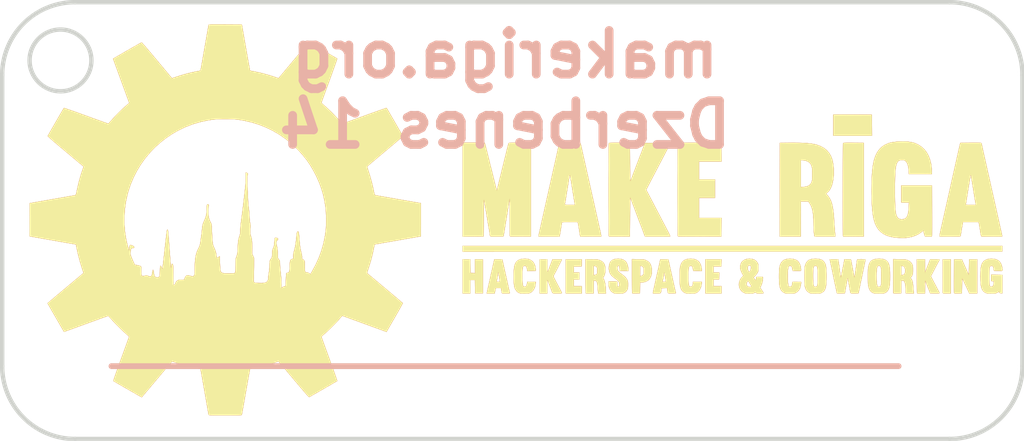
<source format=kicad_pcb>
(kicad_pcb (version 4) (host pcbnew 4.0.7)
  (layers (0 F.Cu signal) (31 B.Cu signal) (34 B.Paste user) (35 F.Paste user) (36 B.SilkS user) (37 F.SilkS user) (38 B.Mask user) (39 F.Mask user) (44 Edge.Cuts user))
  (net 0 "")
  (module makeriga_keychain:makeriga_logo_35x15mm (layer F.Cu) (at 48 27.5)
    (fp_text reference G*** hide)
    (fp_text value LOGO hide)
  )
  (module makeriga_keychain:makeriga_logo_35x15mm_cu (layer F.Cu) (at 48 27.5)
    (fp_text reference G*** hide)
    (fp_text value LOGO hide)
    (fp_poly (pts (xy -10.581629 -6.734546) (xy -10.48098 -6.734216) (xy -10.361788 -6.733701) (xy -10.345461 -6.733625) (xy -9.780506 -6.731) (xy -9.641849 -5.941163) (xy -9.620053 -5.817268) (xy -9.599203 -5.699252) (xy -9.579571 -5.58863) (xy -9.561432 -5.486923) (xy -9.545058 -5.395646) (xy -9.530724 -5.316319) (xy -9.518702 -5.250458) (xy -9.509267 -5.199581) (xy -9.502691 -5.165206) (xy -9.499249 -5.148851) (xy -9.498856 -5.147673) (xy -9.487772 -5.144575) (xy -9.460612 -5.138737) (xy -9.421307 -5.13096) (xy -9.37379 -5.122046) (xy -9.36752 -5.120901) (xy -9.245449 -5.096221) (xy -9.111439 -5.064797) (xy -8.972029 -5.028338) (xy -8.833759 -4.988554) (xy -8.704749 -4.947682) (xy -8.520425 -4.886158) (xy -8.498358 -4.909419) (xy -8.488411 -4.920818) (xy -8.466502 -4.946553) (xy -8.433694 -4.985364) (xy -8.391046 -5.035987) (xy -8.339618 -5.097159) (xy -8.280471 -5.16762) (xy -8.214665 -5.246105) (xy -8.143261 -5.331353) (xy -8.06732 -5.422101) (xy -7.9879 -5.517087) (xy -7.981704 -5.5245) (xy -7.902528 -5.619105) (xy -7.827037 -5.709038) (xy -7.756254 -5.793099) (xy -7.6912 -5.870086) (xy -7.632897 -5.938799) (xy -7.582367 -5.998037) (xy -7.540632 -6.046599) (xy -7.508713 -6.083283) (xy -7.487633 -6.10689) (xy -7.478413 -6.116218) (xy -7.478159 -6.11632) (xy -7.468141 -6.111403) (xy -7.442517 -6.097404) (xy -7.403246 -6.075451) (xy -7.352291 -6.046673) (xy -7.291612 -6.0122) (xy -7.22317 -5.973158) (xy -7.148928 -5.930678) (xy -7.070845 -5.885887) (xy -6.990884 -5.839915) (xy -6.911005 -5.793889) (xy -6.833169 -5.74894) (xy -6.759339 -5.706194) (xy -6.691473 -5.666781) (xy -6.631535 -5.63183) (xy -6.581486 -5.602469) (xy -6.543285 -5.579826) (xy -6.518895 -5.565031) (xy -6.510407 -5.559393) (xy -6.512672 -5.548948) (xy -6.521445 -5.520892) (xy -6.53621 -5.476683) (xy -6.556456 -5.417778) (xy -6.581669 -5.345635) (xy -6.611335 -5.261712) (xy -6.644941 -5.167465) (xy -6.681973 -5.064354) (xy -6.721919 -4.953835) (xy -6.764265 -4.837366) (xy -6.777107 -4.802174) (xy -6.820171 -4.684163) (xy -6.861155 -4.571653) (xy -6.89953 -4.466108) (xy -6.934768 -4.368988) (xy -6.966341 -4.281755) (xy -6.993721 -4.205872) (xy -7.01638 -4.1428) (xy -7.03379 -4.094001) (xy -7.045423 -4.060937) (xy -7.05075 -4.045069) (xy -7.05104 -4.043894) (xy -7.043758 -4.034574) (xy -7.0238 -4.0148) (xy -6.994001 -3.987243) (xy -6.957192 -3.954577) (xy -6.946942 -3.945679) (xy -6.899196 -3.903546) (xy -6.843553 -3.853077) (xy -6.786534 -3.800259) (xy -6.734659 -3.751076) (xy -6.728793 -3.745417) (xy -6.694432 -3.711874) (xy -6.661567 -3.679013) (xy -6.628134 -3.644618) (xy -6.592066 -3.606472) (xy -6.551297 -3.562356) (xy -6.50376 -3.510054) (xy -6.447389 -3.447349) (xy -6.380118 -3.372023) (xy -6.364943 -3.35499) (xy -6.334165 -3.320431) (xy -5.578287 -3.595931) (xy -5.459854 -3.638966) (xy -5.34693 -3.679745) (xy -5.240967 -3.717758) (xy -5.143419 -3.752495) (xy -5.055739 -3.783448) (xy -4.979381 -3.810106) (xy -4.915798 -3.831961) (xy -4.866443 -3.848503) (xy -4.83277 -3.859222) (xy -4.816232 -3.863609) (xy -4.814779 -3.863576) (xy -4.808176 -3.853307) (xy -4.792696 -3.827485) (xy -4.769465 -3.788067) (xy -4.739611 -3.737009) (xy -4.704259 -3.676267) (xy -4.664536 -3.607796) (xy -4.621569 -3.533552) (xy -4.576486 -3.455492) (xy -4.530411 -3.375572) (xy -4.484473 -3.295746) (xy -4.439797 -3.217972) (xy -4.39751 -3.144205) (xy -4.35874 -3.076401) (xy -4.324612 -3.016516) (xy -4.296254 -2.966506) (xy -4.274792 -2.928327) (xy -4.261352 -2.903934) (xy -4.25704 -2.895329) (xy -4.264638 -2.887989) (xy -4.286646 -2.868616) (xy -4.321883 -2.83821) (xy -4.36917 -2.797774) (xy -4.427327 -2.748308) (xy -4.495175 -2.690813) (xy -4.571533 -2.62629) (xy -4.655223 -2.555739) (xy -4.745063 -2.480163) (xy -4.839875 -2.400561) (xy -4.866915 -2.377887) (xy -4.963038 -2.297252) (xy -5.054634 -2.220315) (xy -5.140511 -2.148082) (xy -5.219476 -2.081562) (xy -5.290336 -2.021763) (xy -5.351898 -1.969692) (xy -5.402969 -1.926359) (xy -5.442357 -1.89277) (xy -5.468868 -1.869934) (xy -5.481309 -1.858859) (xy -5.482101 -1.858017) (xy -5.480811 -1.845912) (xy -5.473772 -1.818138) (xy -5.461992 -1.778189) (xy -5.446479 -1.729559) (xy -5.436391 -1.699411) (xy -5.378946 -1.519296) (xy -5.327085 -1.334308) (xy -5.283046 -1.152762) (xy -5.26106 -1.047684) (xy -5.247052 -0.978742) (xy -5.235449 -0.928255) (xy -5.22579 -0.894561) (xy -5.217615 -0.875997) (xy -5.21208 -0.870977) (xy -5.199874 -0.868658) (xy -5.169209 -0.863119) (xy -5.121642 -0.854634) (xy -5.058731 -0.84348) (xy -4.982035 -0.82993) (xy -4.893111 -0.814259) (xy -4.793518 -0.796742) (xy -4.684812 -0.777654) (xy -4.568553 -0.75727) (xy -4.446297 -0.735864) (xy -4.417082 -0.730753) (xy -3.637324 -0.59436) (xy -3.637302 -0.02794) (xy -3.637343 0.077246) (xy -3.637466 0.176111) (xy -3.637664 0.26683) (xy -3.63793 0.347579) (xy -3.638254 0.416535) (xy -3.638629 0.471872) (xy -3.639047 0.511767) (xy -3.6395 0.534397) (xy -3.63982 0.538992) (xy -3.649981 0.540789) (xy -3.678641 0.545839) (xy -3.724289 0.553875) (xy -3.785412 0.564631) (xy -3.860497 0.577842) (xy -3.948031 0.593241) (xy -4.046502 0.610561) (xy -4.154397 0.629538) (xy -4.270204 0.649904) (xy -4.392408 0.671394) (xy -4.433913 0.678692) (xy -5.225466 0.81788) (xy -5.258123 0.98044) (xy -5.299193 1.168288) (xy -5.346128 1.350107) (xy -5.401419 1.53525) (xy -5.426973 1.61396) (xy -5.44822 1.67833) (xy -5.463587 1.726213) (xy -5.473657 1.760385) (xy -5.479013 1.783623) (xy -5.480237 1.798704) (xy -5.477912 1.808406) (xy -5.47262 1.815506) (xy -5.469818 1.818226) (xy -5.459128 1.827476) (xy -5.434097 1.848711) (xy -5.395975 1.880881) (xy -5.346012 1.922936) (xy -5.285457 1.973826) (xy -5.21556 2.032504) (xy -5.137569 2.097919) (xy -5.052734 2.169022) (xy -4.962305 2.244764) (xy -4.86753 2.324095) (xy -4.859021 2.331216) (xy -4.764303 2.410528) (xy -4.674121 2.486156) (xy -4.589688 2.557073) (xy -4.512219 2.622256) (xy -4.442928 2.680678) (xy -4.383028 2.731315) (xy -4.333734 2.773141) (xy -4.296261 2.805131) (xy -4.271822 2.826261) (xy -4.261631 2.835506) (xy -4.261432 2.835754) (xy -4.265289 2.84605) (xy -4.278468 2.872289) (xy -4.300071 2.912854) (xy -4.329201 2.966123) (xy -4.36496 3.030479) (xy -4.40645 3.104302) (xy -4.452774 3.185972) (xy -4.503034 3.27387) (xy -4.536546 3.332114) (xy -4.817429 3.81914) (xy -4.885215 3.794228) (xy -4.905911 3.786651) (xy -4.943996 3.772738) (xy -4.997764 3.753112) (xy -5.065512 3.728393) (xy -5.145537 3.699203) (xy -5.236133 3.666163) (xy -5.335597 3.629896) (xy -5.442225 3.591022) (xy -5.554314 3.550163) (xy -5.644618 3.517249) (xy -6.336235 3.265182) (xy -6.426938 3.371461) (xy -6.477818 3.428957) (xy -6.539835 3.495661) (xy -6.609469 3.568059) (xy -6.683203 3.642638) (xy -6.757519 3.715884) (xy -6.828899 3.784283) (xy -6.893826 3.844321) (xy -6.947351 3.89128) (xy -6.985445 3.924137) (xy -7.017214 3.952902) (xy -7.039722 3.974815) (xy -7.050034 3.987116) (xy -7.050374 3.988151) (xy -7.047069 3.99913) (xy -7.037292 4.027719) (xy -7.02157 4.072452) (xy -7.000431 4.131863) (xy -6.974403 4.204485) (xy -6.944011 4.288852) (xy -6.909784 4.383497) (xy -6.87225 4.486955) (xy -6.831934 4.597759) (xy -6.789366 4.714443) (xy -6.776561 4.749484) (xy -6.733557 4.867466) (xy -6.692815 4.979917) (xy -6.654848 5.085382) (xy -6.620167 5.182406) (xy -6.589286 5.269534) (xy -6.562717 5.34531) (xy -6.540971 5.408279) (xy -6.524562 5.456987) (xy -6.514002 5.489977) (xy -6.509802 5.505795) (xy -6.509861 5.506975) (xy -6.520169 5.513402) (xy -6.546122 5.528793) (xy -6.585737 5.552004) (xy -6.637033 5.581892) (xy -6.698025 5.617313) (xy -6.766731 5.657125) (xy -6.841168 5.700184) (xy -6.919354 5.745346) (xy -6.999305 5.791469) (xy -7.079039 5.837408) (xy -7.156572 5.882021) (xy -7.229923 5.924165) (xy -7.297108 5.962695) (xy -7.356144 5.996469) (xy -7.405049 6.024343) (xy -7.44184 6.045174) (xy -7.464533 6.057819) (xy -7.471068 6.061227) (xy -7.479665 6.054412) (xy -7.500419 6.03284) (xy -7.532544 5.99742) (xy -7.575254 5.949059) (xy -7.627763 5.888668) (xy -7.689287 5.817153) (xy -7.759038 5.735424) (xy -7.836232 5.644389) (xy -7.920083 5.544955) (xy -8.001004 5.448542) (xy -8.518238 4.830984) (xy -8.691419 4.889348) (xy -8.787 4.919975) (xy -8.894271 4.951652) (xy -9.00769 4.982926) (xy -9.121711 5.012344) (xy -9.230792 5.038454) (xy -9.329387 5.059803) (xy -9.37705 5.068974) (xy -9.423399 5.078115) (xy -9.462097 5.087121) (xy -9.488915 5.094916) (xy -9.499493 5.100145) (xy -9.502192 5.111527) (xy -9.50809 5.141379) (xy -9.516906 5.188151) (xy -9.52836 5.250295) (xy -9.542172 5.326259) (xy -9.558062 5.414494) (xy -9.575749 5.513451) (xy -9.594955 5.62158) (xy -9.615398 5.73733) (xy -9.636798 5.859152) (xy -9.641334 5.885054) (xy -9.662885 6.008015) (xy -9.683499 6.125283) (xy -9.702897 6.235303) (xy -9.720802 6.336519) (xy -9.736939 6.427373) (xy -9.751028 6.506309) (xy -9.762793 6.57177) (xy -9.771957 6.622201) (xy -9.778243 6.656045) (xy -9.781373 6.671745) (xy -9.781599 6.67258) (xy -9.786754 6.675436) (xy -9.800832 6.677861) (xy -9.825147 6.679885) (xy -9.861009 6.681536) (xy -9.909731 6.682845) (xy -9.972625 6.68384) (xy -10.051002 6.68455) (xy -10.146174 6.685006) (xy -10.259453 6.685237) (xy -10.348363 6.68528) (xy -10.469701 6.685248) (xy -10.572301 6.68512) (xy -10.657744 6.684847) (xy -10.72761 6.684379) (xy -10.783482 6.683666) (xy -10.826941 6.682658) (xy -10.859567 6.681307) (xy -10.882943 6.679562) (xy -10.898649 6.677375) (xy -10.908267 6.674694) (xy -10.913378 6.671472) (xy -10.915563 6.667658) (xy -10.91561 6.6675) (xy -10.918133 6.654869) (xy -10.923852 6.62379) (xy -10.932487 6.575837) (xy -10.943762 6.512583) (xy -10.957398 6.4356) (xy -10.973118 6.346462) (xy -10.990643 6.246742) (xy -11.009696 6.138013) (xy -11.029999 6.021849) (xy -11.051273 5.899822) (xy -11.055149 5.87756) (xy -11.076546 5.754973) (xy -11.097043 5.638213) (xy -11.116361 5.528822) (xy -11.134222 5.428345) (xy -11.150349 5.338326) (xy -11.164463 5.26031) (xy -11.176286 5.195841) (xy -11.185539 5.146463) (xy -11.191944 5.113721) (xy -11.195224 5.099159) (xy -11.195475 5.09857) (xy -11.206895 5.094439) (xy -11.234952 5.087172) (xy -11.276344 5.077539) (xy -11.327768 5.066313) (xy -11.3792 5.055627) (xy -11.670778 4.987685) (xy -11.958191 4.903569) (xy -12.010815 4.886214) (xy -12.062927 4.86893) (xy -12.108501 4.854229) (xy -12.14395 4.843237) (xy -12.165685 4.837079) (xy -12.170447 4.83616) (xy -12.178482 4.84377) (xy -12.198516 4.865814) (xy -12.229544 4.901117) (xy -12.270559 4.948498) (xy -12.320556 5.006781) (xy -12.378529 5.074788) (xy -12.443472 5.15134) (xy -12.514378 5.235261) (xy -12.590243 5.325372) (xy -12.670059 5.420496) (xy -12.695464 5.45084) (xy -12.776189 5.54723) (xy -12.853142 5.638979) (xy -12.925329 5.72491) (xy -12.991757 5.803848) (xy -13.051434 5.874615) (xy -13.103366 5.936037) (xy -13.146559 5.986937) (xy -13.18002 6.02614) (xy -13.202756 6.052469) (xy -13.213774 6.064749) (xy -13.21466 6.06552) (xy -13.223836 6.060617) (xy -13.248648 6.046657) (xy -13.287146 6.024763) (xy -13.337381 5.996061) (xy -13.397403 5.961672) (xy -13.465261 5.922721) (xy -13.539007 5.880331) (xy -13.61669 5.835626) (xy -13.696361 5.789729) (xy -13.77607 5.743765) (xy -13.853868 5.698857) (xy -13.927803 5.656128) (xy -13.995928 5.616702) (xy -14.056291 5.581703) (xy -14.106944 5.552254) (xy -14.145936 5.529479) (xy -14.171318 5.514502) (xy -14.180354 5.508994) (xy -14.180615 5.501461) (xy -14.176058 5.481743) (xy -14.166432 5.449106) (xy -14.151482 5.402816) (xy -14.130956 5.342139) (xy -14.1046 5.26634) (xy -14.072161 5.174687) (xy -14.033386 5.066444) (xy -13.988023 4.940878) (xy -13.935817 4.797254) (xy -13.918734 4.750403) (xy -13.875676 4.632234) (xy -13.834698 4.519485) (xy -13.79633 4.413628) (xy -13.761098 4.316132) (xy -13.729532 4.22847) (xy -13.702159 4.152111) (xy -13.679508 4.088527) (xy -13.662107 4.039188) (xy -13.650484 4.005566) (xy -13.645167 3.989131) (xy -13.64488 3.987795) (xy -13.652255 3.976724) (xy -13.672206 3.956109) (xy -13.701477 3.929139) (xy -13.7287 3.905726) (xy -13.783332 3.85813) (xy -13.847914 3.798733) (xy -13.918967 3.730984) (xy -13.993015 3.658334) (xy -14.066577 3.584231) (xy -14.136178 3.512125) (xy -14.198338 3.445466) (xy -14.241303 3.397307) (xy -14.278637 3.355108) (xy -14.311987 3.318934) (xy -14.338869 3.291361) (xy -14.356796 3.274967) (xy -14.362602 3.27152) (xy -14.373976 3.274919) (xy -14.402835 3.284739) (xy -14.447585 3.300406) (xy -14.506631 3.321351) (xy -14.57838 3.347002) (xy -14.661236 3.376789) (xy -14.753605 3.41014) (xy -14.853893 3.446485) (xy -14.960506 3.485252) (xy -15.018179 3.506276) (xy -15.130732 3.54733) (xy -15.240275 3.58727) (xy -15.344885 3.625396) (xy -15.442639 3.661007) (xy -15.531615 3.693404) (xy -15.60989 3.721885) (xy -15.675539 3.745753) (xy -15.726642 3.764305) (xy -15.761273 3.776842) (xy -15.769361 3.779756) (xy -15.877082 3.81848) (xy -16.157981 3.332154) (xy -16.210398 3.241314) (xy -16.259634 3.155807) (xy -16.304773 3.077241) (xy -16.344897 3.00722) (xy -16.379088 2.94735) (xy -16.40643 2.899236) (xy -16.426004 2.864483) (xy -16.436893 2.844698) (xy -16.43888 2.84064) (xy -16.431285 2.833445) (xy -16.4093 2.814239) (xy -16.374128 2.78404) (xy -16.326974 2.743867) (xy -16.26904 2.694738) (xy -16.201529 2.637671) (xy -16.125644 2.573685) (xy -16.042589 2.503798) (xy -15.953567 2.429028) (xy -15.859781 2.350395) (xy -15.85214 2.343995) (xy -15.757152 2.264423) (xy -15.666149 2.188172) (xy -15.580415 2.11632) (xy -15.501236 2.049944) (xy -15.429896 1.990121) (xy -15.367679 1.937928) (xy -15.315869 1.894442) (xy -15.275751 1.860742) (xy -15.248609 1.837903) (xy -15.235728 1.827004) (xy -15.235591 1.826886) (xy -15.205782 1.801233) (xy -15.263412 1.628037) (xy -15.333432 1.400138) (xy -15.395294 1.163245) (xy -15.436763 0.975628) (xy -15.4686 0.818417) (xy -15.76832 0.765678) (xy -15.8445 0.752282) (xy -15.936691 0.736084) (xy -16.040891 0.717787) (xy -16.153098 0.698093) (xy -16.269307 0.677705) (xy -16.385516 0.657325) (xy -16.497721 0.637657) (xy -16.54048 0.630164) (xy -16.63656 0.613298) (xy -16.727048 0.597352) (xy -16.809863 0.582696) (xy -16.882929 0.569701) (xy -16.944166 0.558738) (xy -16.991495 0.550178) (xy -17.022839 0.544391) (xy -17.035865 0.541812) (xy -17.05881 0.536234) (xy -17.056185 -0.028898) (xy -17.055711 -0.130988) (xy -13.811985 -0.130988) (xy -13.810078 0.131436) (xy -13.788748 0.392763) (xy -13.748026 0.651441) (xy -13.687945 0.905918) (xy -13.661836 0.995379) (xy -13.647895 1.040799) (xy -13.640409 0.954739) (xy -13.635792 0.913802) (xy -13.630045 0.880052) (xy -13.624192 0.859113) (xy -13.622418 0.85598) (xy -13.60007 0.844615) (xy -13.564505 0.848613) (xy -13.526482 0.862886) (xy -13.493707 0.883154) (xy -13.476814 0.904801) (xy -13.475935 0.924498) (xy -13.491202 0.938914) (xy -13.522746 0.94472) (xy -13.52324 0.944724) (xy -13.552106 0.948159) (xy -13.572337 0.96008) (xy -13.585785 0.983526) (xy -13.594305 1.021536) (xy -13.599183 1.069247) (xy -13.602022 1.111411) (xy -13.602375 1.142609) (xy -13.599128 1.169289) (xy -13.591167 1.197899) (xy -13.577378 1.234887) (xy -13.565387 1.26492) (xy -13.543601 1.31788) (xy -13.519634 1.374116) (xy -13.497352 1.424631) (xy -13.488574 1.443807) (xy -13.452567 1.521094) (xy -13.373464 1.533812) (xy -13.311403 1.54628) (xy -13.268184 1.56093) (xy -13.242388 1.578341) (xy -13.234632 1.590495) (xy -13.232252 1.606489) (xy -13.230282 1.638375) (xy -13.228912 1.681723) (xy -13.228329 1.732107) (xy -13.22832 1.738858) (xy -13.227536 1.790196) (xy -13.225392 1.835434) (xy -13.222206 1.870011) (xy -13.218294 1.889367) (xy -13.217803 1.890427) (xy -13.19941 1.904807) (xy -13.167742 1.910124) (xy -13.127785 1.906239) (xy -13.087271 1.89413) (xy -13.060286 1.884786) (xy -13.040427 1.884437) (xy -13.016802 1.893586) (xy -13.008326 1.897769) (xy -12.965187 1.917138) (xy -12.933736 1.924841) (xy -12.909296 1.921262) (xy -12.888105 1.907579) (xy -12.872554 1.890215) (xy -12.86215 1.866799) (xy -12.854589 1.831331) (xy -12.851997 1.81356) (xy -12.843167 1.754965) (xy -12.835103 1.716489) (xy -12.827544 1.697959) (xy -12.820227 1.699201) (xy -12.81289 1.720039) (xy -12.80527 1.7603) (xy -12.802262 1.78054) (xy -12.792948 1.839846) (xy -12.783681 1.882123) (xy -12.773284 1.910624) (xy -12.760581 1.928602) (xy -12.744949 1.939063) (xy -12.712586 1.948065) (xy -12.675122 1.950465) (xy -12.640411 1.94652) (xy -12.616309 1.93649) (xy -12.614381 1.934769) (xy -12.605618 1.924496) (xy -12.599088 1.911652) (xy -12.594383 1.893154) (xy -12.591096 1.865918) (xy -12.588819 1.826859) (xy -12.587143 1.772894) (xy -12.586028 1.720376) (xy -12.584535 1.666293) (xy -12.582392 1.619513) (xy -12.579835 1.583755) (xy -12.5771 1.562735) (xy -12.575736 1.558908) (xy -12.56271 1.557324) (xy -12.547066 1.572956) (xy -12.530814 1.603232) (xy -12.521081 1.628921) (xy -12.511113 1.655766) (xy -12.503475 1.670635) (xy -12.500492 1.67132) (xy -12.498849 1.659695) (xy -12.495164 1.629609) (xy -12.489636 1.582795) (xy -12.482464 1.520987) (xy -12.473848 1.44592) (xy -12.463985 1.359328) (xy -12.453076 1.262945) (xy -12.441318 1.158505) (xy -12.42891 1.047743) (xy -12.425932 1.02108) (xy -12.410701 0.884587) (xy -12.397552 0.766896) (xy -12.386297 0.666616) (xy -12.376746 0.582355) (xy -12.368709 0.512723) (xy -12.361997 0.456328) (xy -12.356421 0.41178) (xy -12.35179 0.377688) (xy -12.347915 0.352661) (xy -12.344606 0.335307) (xy -12.341674 0.324235) (xy -12.33893 0.318056) (xy -12.336184 0.315377) (xy -12.333246 0.314808) (xy -12.329926 0.314958) (xy -12.329698 0.31496) (xy -12.326197 0.31516) (xy -12.323092 0.316729) (xy -12.320238 0.321115) (xy -12.317487 0.329767) (xy -12.314695 0.344134) (xy -12.311714 0.365666) (xy -12.3084 0.395811) (xy -12.304606 0.436018) (xy -12.300185 0.487737) (xy -12.294993 0.552417) (xy -12.288883 0.631506) (xy -12.28171 0.726455) (xy -12.273326 0.838711) (xy -12.263587 0.969724) (xy -12.263168 0.97536) (xy -12.253248 1.108667) (xy -12.24468 1.223069) (xy -12.237334 1.319926) (xy -12.23108 1.400599) (xy -12.225788 1.466449) (xy -12.221328 1.518837) (xy -12.217569 1.559122) (xy -12.214382 1.588666) (xy -12.211636 1.608828) (xy -12.209202 1.620971) (xy -12.206948 1.626454) (xy -12.204746 1.626638) (xy -12.202465 1.622884) (xy -12.201476 1.62052) (xy -12.196048 1.597186) (xy -12.192919 1.565528) (xy -12.192715 1.558961) (xy -12.189065 1.527839) (xy -12.180945 1.503148) (xy -12.178766 1.499624) (xy -12.16749 1.487199) (xy -12.157798 1.491254) (xy -12.150826 1.499228) (xy -12.146686 1.507519) (xy -12.143228 1.522799) (xy -12.140348 1.546987) (xy -12.137941 1.582001) (xy -12.135904 1.629757) (xy -12.134131 1.692175) (xy -12.132519 1.771172) (xy -12.13104 1.863365) (xy -12.12596 2.2098) (xy -12.102082 2.2098) (xy -12.086004 2.205921) (xy -12.073212 2.191315) (xy -12.059882 2.16153) (xy -12.05928 2.159951) (xy -12.03131 2.103933) (xy -11.995385 2.06525) (xy -11.949345 2.042648) (xy -11.891032 2.034878) (xy -11.847236 2.037012) (xy -11.80968 2.040144) (xy -11.786259 2.039464) (xy -11.770976 2.033905) (xy -11.757833 2.022397) (xy -11.756361 2.02083) (xy -11.740932 1.99948) (xy -11.734763 1.981824) (xy -11.727586 1.956445) (xy -11.709895 1.926764) (xy -11.687301 1.900844) (xy -11.669689 1.888334) (xy -11.652852 1.883861) (xy -11.629355 1.884393) (xy -11.594786 1.890383) (xy -11.552385 1.900356) (xy -11.459599 1.923549) (xy -11.432342 1.903198) (xy -11.410967 1.881486) (xy -11.398235 1.858364) (xy -11.396161 1.841199) (xy -11.394243 1.807088) (xy -11.39259 1.759403) (xy -11.391311 1.701517) (xy -11.390515 1.636803) (xy -11.390373 1.613909) (xy -11.386926 1.471559) (xy -11.377692 1.346487) (xy -11.362232 1.236366) (xy -11.340109 1.138872) (xy -11.310886 1.051678) (xy -11.274125 0.972459) (xy -11.267375 0.96012) (xy -11.245564 0.91756) (xy -11.228192 0.874359) (xy -11.214084 0.826142) (xy -11.202064 0.768537) (xy -11.190955 0.697171) (xy -11.185421 0.65532) (xy -11.178279 0.599889) (xy -11.171633 0.549908) (xy -11.16607 0.509664) (xy -11.162173 0.483443) (xy -11.161151 0.47752) (xy -11.158379 0.457794) (xy -11.154459 0.422735) (xy -11.149908 0.377259) (xy -11.145242 0.326284) (xy -11.14514 0.32512) (xy -11.138519 0.254987) (xy -11.131618 0.199825) (xy -11.123115 0.154308) (xy -11.111688 0.113112) (xy -11.096015 0.070913) (xy -11.074774 0.022389) (xy -11.064416 0) (xy -11.031844 -0.076779) (xy -11.008276 -0.150395) (xy -10.992483 -0.226694) (xy -10.983237 -0.311524) (xy -10.979411 -0.404579) (xy -10.978025 -0.46123) (xy -10.975953 -0.500784) (xy -10.972775 -0.526463) (xy -10.968072 -0.54149) (xy -10.961425 -0.549084) (xy -10.960527 -0.549622) (xy -10.936085 -0.555755) (xy -10.919778 -0.54627) (xy -10.916369 -0.524536) (xy -10.917583 -0.519264) (xy -10.920589 -0.499743) (xy -10.923635 -0.4644) (xy -10.926421 -0.417729) (xy -10.928645 -0.364224) (xy -10.929196 -0.346118) (xy -10.929515 -0.249735) (xy -10.924093 -0.168379) (xy -10.912102 -0.097357) (xy -10.892714 -0.031979) (xy -10.865098 0.032447) (xy -10.860791 0.041136) (xy -10.82109 0.120097) (xy -10.80559 0.413108) (xy -10.799939 0.517168) (xy -10.794799 0.603293) (xy -10.789825 0.673847) (xy -10.784672 0.731198) (xy -10.778994 0.777711) (xy -10.772447 0.815754) (xy -10.764685 0.84769) (xy -10.755363 0.875888) (xy -10.744136 0.902713) (xy -10.730659 0.93053) (xy -10.729902 0.932025) (xy -10.690502 1.023146) (xy -10.664875 1.116509) (xy -10.652347 1.201132) (xy -10.645833 1.246797) (xy -10.636585 1.273539) (xy -10.62302 1.282726) (xy -10.603556 1.275722) (xy -10.583749 1.260328) (xy -10.561494 1.24188) (xy -10.545722 1.230796) (xy -10.542199 1.22936) (xy -10.539543 1.238811) (xy -10.537329 1.264334) (xy -10.535837 1.301679) (xy -10.535366 1.3335) (xy -10.534209 1.406129) (xy -10.531657 1.479762) (xy -10.527958 1.551039) (xy -10.523359 1.616598) (xy -10.518108 1.673078) (xy -10.512452 1.717119) (xy -10.506639 1.74536) (xy -10.504645 1.750821) (xy -10.485928 1.776025) (xy -10.460455 1.795486) (xy -10.431526 1.805031) (xy -10.388433 1.812429) (xy -10.33514 1.817669) (xy -10.275609 1.820741) (xy -10.213805 1.821635) (xy -10.153689 1.820341) (xy -10.099226 1.816847) (xy -10.054378 1.811143) (xy -10.023109 1.80322) (xy -10.01173 1.796666) (xy -10.006149 1.78881) (xy -10.001879 1.776128) (xy -9.998722 1.75602) (xy -9.996483 1.725886) (xy -9.994966 1.683125) (xy -9.993974 1.625139) (xy -9.993335 1.552826) (xy -9.991812 1.32588) (xy -9.958183 1.22936) (xy -9.946849 1.195995) (xy -9.93822 1.167185) (xy -9.931772 1.139103) (xy -9.92698 1.10792) (xy -9.92332 1.069809) (xy -9.920266 1.020942) (xy -9.917293 0.957491) (xy -9.915689 0.91948) (xy -9.911498 0.832262) (xy -9.906537 0.761251) (xy -9.900171 0.702333) (xy -9.891765 0.651396) (xy -9.880685 0.604326) (xy -9.866295 0.55701) (xy -9.854528 0.52324) (xy -9.844091 0.48948) (xy -9.837028 0.452951) (xy -9.832623 0.408193) (xy -9.830157 0.349744) (xy -9.82982 0.33528) (xy -9.827349 0.281165) (xy -9.822244 0.213625) (xy -9.815119 0.139294) (xy -9.806585 0.064807) (xy -9.800697 0.02032) (xy -9.785916 -0.087736) (xy -9.769632 -0.212184) (xy -9.752314 -0.349193) (xy -9.734425 -0.494933) (xy -9.716433 -0.64557) (xy -9.698804 -0.797275) (xy -9.682003 -0.946215) (xy -9.671566 -1.0414) (xy -9.661684 -1.134885) (xy -9.65418 -1.211933) (xy -9.648834 -1.276263) (xy -9.645427 -1.331591) (xy -9.643738 -1.381635) (xy -9.643548 -1.430112) (xy -9.644636 -1.48074) (xy -9.644972 -1.49098) (xy -9.646867 -1.550102) (xy -9.647664 -1.591909) (xy -9.647088 -1.619391) (xy -9.644868 -1.635536) (xy -9.640729 -1.643334) (xy -9.6344 -1.645774) (xy -9.630818 -1.64592) (xy -9.610863 -1.639279) (xy -9.589221 -1.623682) (xy -9.573758 -1.605616) (xy -9.57072 -1.596361) (xy -9.574355 -1.582038) (xy -9.583418 -1.557257) (xy -9.586851 -1.548837) (xy -9.591573 -1.535575) (xy -9.595048 -1.519766) (xy -9.597309 -1.498894) (xy -9.598394 -1.470445) (xy -9.598338 -1.431907) (xy -9.597177 -1.380764) (xy -9.594946 -1.314502) (xy -9.591681 -1.230609) (xy -9.591455 -1.225016) (xy -9.585729 -1.084787) (xy -9.580622 -0.963286) (xy -9.576041 -0.858933) (xy -9.571895 -0.770146) (xy -9.56809 -0.695347) (xy -9.564535 -0.632954) (xy -9.561136 -0.581388) (xy -9.557802 -0.539069) (xy -9.55444 -0.504417) (xy -9.550957 -0.475851) (xy -9.547261 -0.451791) (xy -9.545707 -0.443095) (xy -9.540242 -0.40597) (xy -9.534503 -0.353578) (xy -9.52894 -0.290958) (xy -9.524008 -0.223152) (xy -9.520515 -0.16256) (xy -9.515575 -0.080207) (xy -9.509594 -0.008804) (xy -9.502868 0.048755) (xy -9.495694 0.089577) (xy -9.49395 0.09652) (xy -9.486437 0.128733) (xy -9.482469 0.160914) (xy -9.48178 0.198972) (xy -9.4841 0.248818) (xy -9.485879 0.27432) (xy -9.490276 0.341875) (xy -9.491888 0.394142) (xy -9.490398 0.435999) (xy -9.485489 0.472328) (xy -9.476841 0.508009) (xy -9.468988 0.5334) (xy -9.455192 0.578595) (xy -9.444714 0.621442) (xy -9.437147 0.6658) (xy -9.43208 0.715527) (xy -9.429106 0.774483) (xy -9.427816 0.846526) (xy -9.427744 0.922749) (xy -9.428575 1.139378) (xy -9.395508 1.212309) (xy -9.36244 1.28524) (xy -9.363008 1.50876) (xy -9.363641 1.589894) (xy -9.365055 1.678805) (xy -9.367087 1.768336) (xy -9.369579 1.851333) (xy -9.372157 1.916171) (xy -9.375677 1.988968) (xy -9.377212 2.044034) (xy -9.374771 2.083954) (xy -9.366367 2.111316) (xy -9.350011 2.128708) (xy -9.323715 2.138718) (xy -9.285491 2.143932) (xy -9.233349 2.146937) (xy -9.193372 2.148817) (xy -9.10134 2.150699) (xy -9.027164 2.145618) (xy -8.969307 2.132674) (xy -8.926233 2.110968) (xy -8.896403 2.079598) (xy -8.878281 2.037666) (xy -8.870328 1.984272) (xy -8.86965 1.959344) (xy -8.867571 1.920434) (xy -8.862024 1.869947) (xy -8.854001 1.81613) (xy -8.84933 1.790339) (xy -8.836431 1.704559) (xy -8.830023 1.610773) (xy -8.82904 1.548713) (xy -8.827981 1.479371) (xy -8.824166 1.426364) (xy -8.816645 1.385785) (xy -8.804465 1.353729) (xy -8.786675 1.32629) (xy -8.770285 1.307645) (xy -8.759336 1.295222) (xy -8.751572 1.282109) (xy -8.746218 1.26445) (xy -8.742499 1.238388) (xy -8.73964 1.200068) (xy -8.736868 1.145634) (xy -8.736605 1.140005) (xy -8.733594 1.082415) (xy -8.730237 1.040516) (xy -8.725694 1.009681) (xy -8.719126 0.985288) (xy -8.709695 0.962711) (xy -8.701493 0.946559) (xy -8.689329 0.921295) (xy -8.68033 0.895661) (xy -8.673523 0.864978) (xy -8.667933 0.824569) (xy -8.662588 0.769756) (xy -8.661121 0.752613) (xy -8.656328 0.70077) (xy -8.651356 0.655849) (xy -8.646715 0.621924) (xy -8.642917 0.603071) (xy -8.642091 0.601074) (xy -8.624506 0.590529) (xy -8.595682 0.592589) (xy -8.564376 0.60478) (xy -8.540977 0.621445) (xy -8.536551 0.639388) (xy -8.550897 0.66166) (xy -8.559971 0.67072) (xy -8.583267 0.697866) (xy -8.596277 0.728244) (xy -8.599431 0.765815) (xy -8.59316 0.814542) (xy -8.581173 0.866035) (xy -8.569628 0.915373) (xy -8.561142 0.965157) (xy -8.555021 1.021034) (xy -8.550571 1.088648) (xy -8.548692 1.130195) (xy -8.542031 1.2954) (xy -8.507736 1.340247) (xy -8.491536 1.362434) (xy -8.481456 1.381261) (xy -8.476046 1.402576) (xy -8.473857 1.432227) (xy -8.473441 1.476065) (xy -8.47344 1.478648) (xy -8.472232 1.517672) (xy -8.46886 1.572119) (xy -8.463706 1.637254) (xy -8.457152 1.708341) (xy -8.449577 1.780644) (xy -8.44804 1.794249) (xy -8.432548 1.953299) (xy -8.423995 2.098122) (xy -8.422243 2.184168) (xy -8.421938 2.245554) (xy -8.421214 2.288805) (xy -8.419851 2.316106) (xy -8.41763 2.329642) (xy -8.414332 2.331598) (xy -8.409736 2.324157) (xy -8.408458 2.321313) (xy -8.390516 2.295472) (xy -8.367737 2.278133) (xy -8.338992 2.26875) (xy -8.316726 2.26568) (xy -8.293756 2.260617) (xy -8.282802 2.25298) (xy -8.279378 2.239373) (xy -8.275714 2.208684) (xy -8.272063 2.164145) (xy -8.268682 2.108989) (xy -8.265823 2.046447) (xy -8.265211 2.029786) (xy -8.261807 1.948262) (xy -8.257937 1.884989) (xy -8.253653 1.840546) (xy -8.249003 1.815516) (xy -8.246274 1.810207) (xy -8.228163 1.801169) (xy -8.206482 1.794382) (xy -8.184964 1.788184) (xy -8.168723 1.779432) (xy -8.156875 1.765356) (xy -8.148539 1.743189) (xy -8.14283 1.710161) (xy -8.138864 1.663504) (xy -8.135759 1.600447) (xy -8.134515 1.568815) (xy -8.131321 1.495796) (xy -8.127384 1.440289) (xy -8.121737 1.39949) (xy -8.113417 1.370592) (xy -8.101456 1.350789) (xy -8.08489 1.337276) (xy -8.062752 1.327248) (xy -8.049877 1.322852) (xy -8.009124 1.309664) (xy -8.01002 1.216172) (xy -8.009068 1.161178) (xy -8.003938 1.115986) (xy -7.993046 1.070242) (xy -7.98252 1.036503) (xy -7.962365 0.963809) (xy -7.943663 0.873284) (xy -7.92682 0.767394) (xy -7.912242 0.648599) (xy -7.903306 0.555655) (xy -7.896349 0.485919) (xy -7.889079 0.435786) (xy -7.881374 0.404538) (xy -7.875816 0.3937) (xy -7.860299 0.379298) (xy -7.847714 0.377397) (xy -7.837523 0.389422) (xy -7.829189 0.416801) (xy -7.822174 0.460961) (xy -7.815939 0.52333) (xy -7.813066 0.560157) (xy -7.805442 0.660996) (xy -7.798451 0.744853) (xy -7.791661 0.815038) (xy -7.784641 0.874861) (xy -7.776957 0.927631) (xy -7.768178 0.97666) (xy -7.757871 1.025257) (xy -7.745656 1.076524) (xy -7.729405 1.145676) (xy -7.719176 1.198336) (xy -7.714522 1.237273) (xy -7.715 1.26526) (xy -7.715166 1.266529) (xy -7.717634 1.292815) (xy -7.713317 1.309613) (xy -7.698413 1.324369) (xy -7.678594 1.33818) (xy -7.652146 1.359937) (xy -7.633425 1.382642) (xy -7.629069 1.392016) (xy -7.626575 1.410677) (xy -7.624335 1.445483) (xy -7.622528 1.492256) (xy -7.621337 1.546821) (xy -7.621013 1.578007) (xy -7.620013 1.635198) (xy -7.617923 1.685843) (xy -7.614995 1.726034) (xy -7.611477 1.751862) (xy -7.609483 1.758347) (xy -7.591612 1.774292) (xy -7.576463 1.778056) (xy -7.533341 1.783931) (xy -7.490556 1.79909) (xy -7.457082 1.820137) (xy -7.451889 1.825188) (xy -7.428511 1.850414) (xy -7.375453 1.760867) (xy -7.246381 1.524342) (xy -7.136965 1.283308) (xy -7.046855 1.036724) (xy -6.975702 0.783548) (xy -6.923156 0.522741) (xy -6.897282 0.33528) (xy -6.890374 0.254077) (xy -6.88588 0.157679) (xy -6.883741 0.051058) (xy -6.8839 -0.060813) (xy -6.886298 -0.172962) (xy -6.890874 -0.280415) (xy -6.897572 -0.378199) (xy -6.906332 -0.461343) (xy -6.90673 -0.464336) (xy -6.942324 -0.685706) (xy -6.988439 -0.893855) (xy -7.046591 -1.093776) (xy -7.118295 -1.290463) (xy -7.205067 -1.48891) (xy -7.239206 -1.55956) (xy -7.340276 -1.751546) (xy -7.44654 -1.927873) (xy -7.561229 -2.093108) (xy -7.687573 -2.251817) (xy -7.828803 -2.408566) (xy -7.870522 -2.451774) (xy -8.064089 -2.635286) (xy -8.269006 -2.80216) (xy -8.484565 -2.95202) (xy -8.71006 -3.08449) (xy -8.944785 -3.199193) (xy -9.188032 -3.295754) (xy -9.439096 -3.373796) (xy -9.697269 -3.432943) (xy -9.72312 -3.437745) (xy -9.816904 -3.454049) (xy -9.900676 -3.466698) (xy -9.979467 -3.476112) (xy -10.05831 -3.482709) (xy -10.142239 -3.486909) (xy -10.236286 -3.489131) (xy -10.345484 -3.489794) (xy -10.34796 -3.489795) (xy -10.457118 -3.489168) (xy -10.551064 -3.487007) (xy -10.634877 -3.482891) (xy -10.713637 -3.476399) (xy -10.79242 -3.467111) (xy -10.876306 -3.454606) (xy -10.970373 -3.438462) (xy -10.9728 -3.438026) (xy -11.226135 -3.38233) (xy -11.472658 -3.307988) (xy -11.711531 -3.215778) (xy -11.941918 -3.106476) (xy -12.16298 -2.980859) (xy -12.373878 -2.839703) (xy -12.573775 -2.683786) (xy -12.761833 -2.513885) (xy -12.937213 -2.330776) (xy -13.099077 -2.135236) (xy -13.246588 -1.928041) (xy -13.378908 -1.70997) (xy -13.495198 -1.481798) (xy -13.59462 -1.244302) (xy -13.676337 -0.998259) (xy -13.700847 -0.90932) (xy -13.757401 -0.652918) (xy -13.794436 -0.392956) (xy -13.811985 -0.130988) (xy -17.055711 -0.130988) (xy -17.05356 -0.594031) (xy -16.66748 -0.661897) (xy -16.558439 -0.681054) (xy -16.435674 -0.702604) (xy -16.305472 -0.725444) (xy -16.174123 -0.748473) (xy -16.047915 -0.770586) (xy -15.933135 -0.790682) (xy -15.89532 -0.797298) (xy -15.808597 -0.812503) (xy -15.7276 -0.826773) (xy -15.654642 -0.839695) (xy -15.592042 -0.850855) (xy -15.542113 -0.859841) (xy -15.507172 -0.866239) (xy -15.489534 -0.869636) (xy -15.48841 -0.869888) (xy -15.48057 -0.873801) (xy -15.473498 -0.883196) (xy -15.466378 -0.900741) (xy -15.458391 -0.929107) (xy -15.448722 -0.970964) (xy -15.436553 -1.028982) (xy -15.430306 -1.059773) (xy -15.370479 -1.321916) (xy -15.298059 -1.575429) (xy -15.257536 -1.698357) (xy -15.203628 -1.855157) (xy -15.821443 -2.372639) (xy -15.949566 -2.480167) (xy -16.06213 -2.575094) (xy -16.159361 -2.657615) (xy -16.241485 -2.727926) (xy -16.308726 -2.786223) (xy -16.36131 -2.832701) (xy -16.399462 -2.867557) (xy -16.423407 -2.890987) (xy -16.433372 -2.903185) (xy -16.433655 -2.904724) (xy -16.42755 -2.916308) (xy -16.412435 -2.943389) (xy -16.389456 -2.983979) (xy -16.359759 -3.036094) (xy -16.324489 -3.097747) (xy -16.284793 -3.166953) (xy -16.241815 -3.241725) (xy -16.196703 -3.320077) (xy -16.150601 -3.400025) (xy -16.104655 -3.479581) (xy -16.060011 -3.556759) (xy -16.017816 -3.629575) (xy -15.979214 -3.696041) (xy -15.945352 -3.754173) (xy -15.917375 -3.801984) (xy -15.896429 -3.837488) (xy -15.883659 -3.858699) (xy -15.88023 -3.863946) (xy -15.869746 -3.861837) (xy -15.841646 -3.85322) (xy -15.797383 -3.838605) (xy -15.738411 -3.818501) (xy -15.666185 -3.793418) (xy -15.582157 -3.763864) (xy -15.487782 -3.73035) (xy -15.384514 -3.693384) (xy -15.273806 -3.653476) (xy -15.157112 -3.611135) (xy -15.118025 -3.596893) (xy -14.999677 -3.553796) (xy -14.886854 -3.512841) (xy -14.78101 -3.474549) (xy -14.683598 -3.439439) (xy -14.596073 -3.408031) (xy -14.519888 -3.380846) (xy -14.456497 -3.358402) (xy -14.407353 -3.34122) (xy -14.373912 -3.32982) (xy -14.357625 -3.324722) (xy -14.356269 -3.324508) (xy -14.347032 -3.333019) (xy -14.327931 -3.35353) (xy -14.302203 -3.382507) (xy -14.285459 -3.40187) (xy -14.210254 -3.486868) (xy -14.125327 -3.57809) (xy -14.034502 -3.671727) (xy -13.941604 -3.763968) (xy -13.850456 -3.851006) (xy -13.764884 -3.929029) (xy -13.701069 -3.984015) (xy -13.638345 -4.03627) (xy -13.890859 -4.728315) (xy -13.932895 -4.843526) (xy -13.973425 -4.954623) (xy -14.011828 -5.0599) (xy -14.047482 -5.157652) (xy -14.079765 -5.246177) (xy -14.108057 -5.323768) (xy -14.131734 -5.388721) (xy -14.150177 -5.439333) (xy -14.162762 -5.473897) (xy -14.168133 -5.488676) (xy -14.192893 -5.556991) (xy -14.124627 -5.596684) (xy -13.989085 -5.675394) (xy -13.861251 -5.749432) (xy -13.742082 -5.818251) (xy -13.632537 -5.881305) (xy -13.533574 -5.938048) (xy -13.446152 -5.987932) (xy -13.371228 -6.030412) (xy -13.309762 -6.064941) (xy -13.262711 -6.090972) (xy -13.231033 -6.10796) (xy -13.215688 -6.115357) (xy -13.214513 -6.115644) (xy -13.206279 -6.107917) (xy -13.18611 -6.085777) (xy -13.155048 -6.050443) (xy -13.114135 -6.003138) (xy -13.064413 -5.945083) (xy -13.006925 -5.877499) (xy -12.942713 -5.801607) (xy -12.872819 -5.71863) (xy -12.798286 -5.629788) (xy -12.72246 -5.539064) (xy -12.643643 -5.444594) (xy -12.567971 -5.353899) (xy -12.496551 -5.268308) (xy -12.430492 -5.189148) (xy -12.370902 -5.117747) (xy -12.31889 -5.055433) (xy -12.275564 -5.003534) (xy -12.242031 -4.963378) (xy -12.219402 -4.936293) (xy -12.209234 -4.924143) (xy -12.176468 -4.885125) (xy -12.008974 -4.940986) (xy -11.868677 -4.985654) (xy -11.725171 -5.027387) (xy -11.583293 -5.064936) (xy -11.447885 -5.097051) (xy -11.323783 -5.122481) (xy -11.270204 -5.131856) (xy -11.226402 -5.140767) (xy -11.200895 -5.15045) (xy -11.191975 -5.160192) (xy -11.189498 -5.172603) (xy -11.183815 -5.203452) (xy -11.175208 -5.251159) (xy -11.163957 -5.314146) (xy -11.15034 -5.390831) (xy -11.134638 -5.479635) (xy -11.11713 -5.578978) (xy -11.098098 -5.687279) (xy -11.077819 -5.802958) (xy -11.056575 -5.924436) (xy -11.054116 -5.93852) (xy -11.032768 -6.060604) (xy -11.012342 -6.177103) (xy -10.993119 -6.286433) (xy -10.97538 -6.387011) (xy -10.959406 -6.47725) (xy -10.945478 -6.555568) (xy -10.933878 -6.620381) (xy -10.924886 -6.670102) (xy -10.918783 -6.70315) (xy -10.915851 -6.717938) (xy -10.915733 -6.718385) (xy -10.913647 -6.722227) (xy -10.908812 -6.725461) (xy -10.899647 -6.728131) (xy -10.884575 -6.730278) (xy -10.862015 -6.731944) (xy -10.830388 -6.733172) (xy -10.788115 -6.734004) (xy -10.733617 -6.734482) (xy -10.665315 -6.734649) (xy -10.581629 -6.734546)) (layer F.Cu) (width 0.01))
    (fp_poly (pts (xy -0.027097 1.312157) (xy 0.032196 1.318918) (xy 0.06677 1.327458) (xy 0.140892 1.362276) (xy 0.201546 1.41188) (xy 0.248013 1.475236) (xy 0.279575 1.551308) (xy 0.295516 1.639063) (xy 0.296825 1.659181) (xy 0.29972 1.72212) (xy 0.15494 1.724938) (xy 0.01016 1.727757) (xy 0.01016 1.693728) (xy 0.005646 1.651918) (xy -0.006267 1.611139) (xy -0.023135 1.577311) (xy -0.042515 1.556352) (xy -0.047621 1.553757) (xy -0.084339 1.548653) (xy -0.11597 1.560814) (xy -0.131692 1.577918) (xy -0.140244 1.602159) (xy -0.147163 1.642774) (xy -0.152472 1.696576) (xy -0.156193 1.760374) (xy -0.158348 1.830981) (xy -0.15896 1.905207) (xy -0.158052 1.979864) (xy -0.155644 2.051762) (xy -0.151761 2.117713) (xy -0.146424 2.174527) (xy -0.139655 2.219017) (xy -0.131478 2.247992) (xy -0.12694 2.255587) (xy -0.101127 2.271388) (xy -0.068909 2.275264) (xy -0.03923 2.266992) (xy -0.027985 2.25806) (xy -0.013072 2.23243) (xy -0.000119 2.195113) (xy 0.008292 2.154734) (xy 0.010103 2.130781) (xy 0.01016 2.102562) (xy 0.29972 2.1082) (xy 0.296431 2.16916) (xy 0.283371 2.25631) (xy 0.254873 2.334244) (xy 0.212226 2.400752) (xy 0.15672 2.453625) (xy 0.115529 2.479042) (xy 0.092156 2.489856) (xy 0.06913 2.497209) (xy 0.041564 2.501859) (xy 0.004569 2.50456) (xy -0.046741 2.506068) (xy -0.06096 2.506324) (xy -0.113658 2.506399) (xy -0.162498 2.50502) (xy -0.201941 2.502433) (xy -0.225987 2.499) (xy -0.291778 2.472578) (xy -0.347327 2.428802) (xy -0.39213 2.368152) (xy -0.416299 2.317273) (xy -0.428461 2.273733) (xy -0.438163 2.213628) (xy -0.445409 2.14056) (xy -0.4502 2.058135) (xy -0.452538 1.969956) (xy -0.452425 1.879629) (xy -0.449862 1.790756) (xy -0.444851 1.706943) (xy -0.437395 1.631794) (xy -0.427495 1.568913) (xy -0.41589 1.524) (xy -0.386079 1.45508) (xy -0.348443 1.402767) (xy -0.299648 1.363849) (xy -0.236361 1.335114) (xy -0.211748 1.327325) (xy -0.156739 1.316357) (xy -0.092632 1.311302) (xy -0.027097 1.312157)) (layer F.Cu) (width 0.01))
    (fp_poly (pts (xy 3.225682 1.318585) (xy 3.30103 1.342207) (xy 3.363193 1.381187) (xy 3.411845 1.435204) (xy 3.446656 1.503938) (xy 3.467301 1.587071) (xy 3.472443 1.637848) (xy 3.477571 1.727775) (xy 3.331365 1.724947) (xy 3.18516 1.72212) (xy 3.18008 1.64592) (xy 3.176568 1.60728) (xy 3.172011 1.575934) (xy 3.167325 1.558006) (xy 3.16678 1.55702) (xy 3.150674 1.544149) (xy 3.133048 1.548016) (xy 3.116685 1.565498) (xy 3.104365 1.593473) (xy 3.098868 1.628817) (xy 3.0988 1.633345) (xy 3.103578 1.676661) (xy 3.119187 1.71659) (xy 3.147534 1.755587) (xy 3.190529 1.796109) (xy 3.250079 1.840611) (xy 3.270806 1.85467) (xy 3.333731 1.903391) (xy 3.387977 1.958612) (xy 3.429052 2.015476) (xy 3.441636 2.039417) (xy 3.453798 2.067936) (xy 3.461589 2.093639) (xy 3.465901 2.122362) (xy 3.467625 2.159945) (xy 3.467675 2.2098) (xy 3.466323 2.266326) (xy 3.462846 2.307916) (xy 3.456528 2.339902) (xy 3.446656 2.367619) (xy 3.446455 2.368081) (xy 3.414422 2.419241) (xy 3.36918 2.461763) (xy 3.316364 2.490934) (xy 3.290212 2.498759) (xy 3.256633 2.503484) (xy 3.211001 2.506641) (xy 3.159039 2.508205) (xy 3.106472 2.50815) (xy 3.059025 2.506452) (xy 3.022424 2.503083) (xy 3.007294 2.500027) (xy 2.943367 2.470412) (xy 2.890136 2.424697) (xy 2.848707 2.364697) (xy 2.820185 2.292227) (xy 2.805676 2.209102) (xy 2.804012 2.166341) (xy 2.80416 2.092402) (xy 3.09372 2.09804) (xy 3.0988 2.17424) (xy 3.103024 2.221588) (xy 3.108978 2.251979) (xy 3.11797 2.268774) (xy 3.131312 2.27533) (xy 3.138408 2.27584) (xy 3.158695 2.266919) (xy 3.172114 2.243144) (xy 3.178042 2.208998) (xy 3.175859 2.168964) (xy 3.164941 2.127523) (xy 3.160469 2.116793) (xy 3.150393 2.097855) (xy 3.136527 2.079184) (xy 3.116436 2.058583) (xy 3.087685 2.033852) (xy 3.04784 2.002795) (xy 2.994465 1.963212) (xy 2.973125 1.947655) (xy 2.907343 1.890964) (xy 2.860145 1.828876) (xy 2.83014 1.758642) (xy 2.815935 1.67751) (xy 2.81432 1.633796) (xy 2.8204 1.543504) (xy 2.839073 1.469002) (xy 2.870986 1.409642) (xy 2.916789 1.364777) (xy 2.977128 1.333758) (xy 3.052653 1.315937) (xy 3.137476 1.31064) (xy 3.225682 1.318585)) (layer F.Cu) (width 0.01))
    (fp_poly (pts (xy 5.718932 1.319079) (xy 5.798943 1.343419) (xy 5.866024 1.383212) (xy 5.919573 1.437901) (xy 5.958984 1.506929) (xy 5.983656 1.589738) (xy 5.99126 1.64743) (xy 5.997456 1.727776) (xy 5.70484 1.72212) (xy 5.69976 1.66578) (xy 5.689519 1.611796) (xy 5.670593 1.573643) (xy 5.644029 1.552443) (xy 5.610876 1.549314) (xy 5.594949 1.553769) (xy 5.578778 1.563087) (xy 5.565803 1.578779) (xy 5.555705 1.602846) (xy 5.548166 1.637284) (xy 5.542865 1.684093) (xy 5.539483 1.74527) (xy 5.537701 1.822815) (xy 5.5372 1.915159) (xy 5.537751 2.010878) (xy 5.539605 2.0882) (xy 5.543062 2.149023) (xy 5.54842 2.195245) (xy 5.555979 2.228765) (xy 5.566038 2.251481) (xy 5.578897 2.265291) (xy 5.593443 2.271759) (xy 5.633728 2.273694) (xy 5.665258 2.25794) (xy 5.687116 2.225555) (xy 5.698383 2.177596) (xy 5.69976 2.149166) (xy 5.69976 2.10312) (xy 5.997332 2.10312) (xy 5.991598 2.17678) (xy 5.976824 2.263848) (xy 5.947576 2.341129) (xy 5.905164 2.406375) (xy 5.850897 2.457342) (xy 5.815366 2.47904) (xy 5.792579 2.489656) (xy 5.770267 2.49694) (xy 5.743716 2.5016) (xy 5.708214 2.504345) (xy 5.659047 2.505882) (xy 5.63372 2.50633) (xy 5.581068 2.506517) (xy 5.533255 2.50553) (xy 5.495302 2.503549) (xy 5.472229 2.500754) (xy 5.47116 2.500496) (xy 5.407109 2.475021) (xy 5.35153 2.435607) (xy 5.309231 2.385939) (xy 5.299565 2.369033) (xy 5.289014 2.344492) (xy 5.2761 2.309268) (xy 5.266769 2.28092) (xy 5.261205 2.261041) (xy 5.25683 2.239521) (xy 5.253506 2.213723) (xy 5.251095 2.18101) (xy 5.249456 2.138744) (xy 5.248453 2.084288) (xy 5.247946 2.015005) (xy 5.247796 1.928259) (xy 5.247795 1.92024) (xy 5.247922 1.831934) (xy 5.248394 1.76131) (xy 5.249352 1.705731) (xy 5.250932 1.662559) (xy 5.253275 1.629157) (xy 5.256518 1.602889) (xy 5.260801 1.581116) (xy 5.266262 1.561201) (xy 5.266769 1.55956) (xy 5.284733 1.506744) (xy 5.30261 1.467045) (xy 5.323959 1.433587) (xy 5.345858 1.406778) (xy 5.397844 1.362958) (xy 5.465205 1.332376) (xy 5.547881 1.31505) (xy 5.626595 1.310749) (xy 5.718932 1.319079)) (layer F.Cu) (width 0.01))
    (fp_poly (pts (xy 7.720796 1.318272) (xy 7.793672 1.341197) (xy 7.853271 1.379453) (xy 7.899668 1.43308) (xy 7.914724 1.45919) (xy 7.92619 1.483867) (xy 7.933594 1.507577) (xy 7.937797 1.535794) (xy 7.939657 1.573996) (xy 7.94004 1.62052) (xy 7.93953 1.672183) (xy 7.937426 1.709053) (xy 7.932864 1.736643) (xy 7.924979 1.760467) (xy 7.91464 1.782628) (xy 7.894628 1.815063) (xy 7.865644 1.853464) (xy 7.833636 1.890007) (xy 7.830658 1.893093) (xy 7.772077 1.95321) (xy 7.8088 2.008536) (xy 7.828169 2.035829) (xy 7.843355 2.053763) (xy 7.850945 2.058441) (xy 7.855705 2.046276) (xy 7.862463 2.020339) (xy 7.868112 1.99425) (xy 7.879858 1.93548) (xy 7.965829 1.932482) (xy 8.008691 1.931789) (xy 8.04625 1.932608) (xy 8.071918 1.934756) (xy 8.076013 1.935555) (xy 8.088186 1.939582) (xy 8.094886 1.947078) (xy 8.097064 1.962621) (xy 8.095671 1.990788) (xy 8.093259 2.018511) (xy 8.08555 2.078101) (xy 8.072655 2.133518) (xy 8.052472 2.192284) (xy 8.029106 2.248023) (xy 8.003194 2.306566) (xy 8.060517 2.392703) (xy 8.084583 2.429821) (xy 8.103673 2.461079) (xy 8.11536 2.482395) (xy 8.11784 2.4891) (xy 8.10805 2.493684) (xy 8.080112 2.49703) (xy 8.036167 2.498955) (xy 7.997494 2.49936) (xy 7.945174 2.499003) (xy 7.909251 2.497562) (xy 7.885811 2.494479) (xy 7.870937 2.489197) (xy 7.860715 2.481159) (xy 7.859364 2.479708) (xy 7.847669 2.468281) (xy 7.836501 2.465652) (xy 7.819022 2.472102) (xy 7.79937 2.482169) (xy 7.776023 2.492573) (xy 7.750035 2.49944) (xy 7.716224 2.503586) (xy 7.669404 2.505825) (xy 7.6454 2.506378) (xy 7.596453 2.506527) (xy 7.552141 2.505282) (xy 7.518192 2.502877) (xy 7.50316 2.500504) (xy 7.435378 2.473151) (xy 7.375521 2.430317) (xy 7.327398 2.375548) (xy 7.294822 2.312391) (xy 7.291988 2.303942) (xy 7.275826 2.220963) (xy 7.27731 2.189722) (xy 7.530534 2.189722) (xy 7.541988 2.226789) (xy 7.572885 2.258959) (xy 7.579494 2.263638) (xy 7.609254 2.279689) (xy 7.638018 2.283212) (xy 7.65556 2.281212) (xy 7.683396 2.275183) (xy 7.702196 2.268149) (xy 7.704636 2.266375) (xy 7.702567 2.255511) (xy 7.691778 2.232122) (xy 7.674863 2.200563) (xy 7.654411 2.16519) (xy 7.633015 2.130359) (xy 7.613266 2.100426) (xy 7.597755 2.079748) (xy 7.589387 2.07264) (xy 7.575034 2.081373) (xy 7.558073 2.103946) (xy 7.542308 2.134916) (xy 7.537968 2.146188) (xy 7.530534 2.189722) (xy 7.27731 2.189722) (xy 7.279699 2.139438) (xy 7.303327 2.060438) (xy 7.346427 1.985038) (xy 7.388979 1.933979) (xy 7.429151 1.891838) (xy 7.394067 1.831975) (xy 7.369008 1.78345) (xy 7.346497 1.729418) (xy 7.328675 1.676063) (xy 7.319459 1.637077) (xy 7.5692 1.637077) (xy 7.572949 1.663518) (xy 7.582537 1.695624) (xy 7.595473 1.727498) (xy 7.609265 1.753241) (xy 7.621423 1.766953) (xy 7.62442 1.76784) (xy 7.637642 1.760315) (xy 7.655676 1.741579) (xy 7.660934 1.73482) (xy 7.676585 1.702818) (xy 7.686976 1.660572) (xy 7.691209 1.615823) (xy 7.688385 1.576313) (xy 7.681698 1.555859) (xy 7.662884 1.539633) (xy 7.634887 1.533775) (xy 7.606851 1.539875) (xy 7.602855 1.542142) (xy 7.588132 1.560591) (xy 7.576115 1.591364) (xy 7.569639 1.626466) (xy 7.5692 1.637077) (xy 7.319459 1.637077) (xy 7.317683 1.629569) (xy 7.3152 1.60425) (xy 7.318122 1.577854) (xy 7.32576 1.540543) (xy 7.335724 1.502992) (xy 7.350284 1.460857) (xy 7.367302 1.430155) (xy 7.392123 1.402206) (xy 7.405358 1.389921) (xy 7.467169 1.347041) (xy 7.539214 1.320801) (xy 7.622726 1.310774) (xy 7.634569 1.31064) (xy 7.720796 1.318272)) (layer F.Cu) (width 0.01))
    (fp_poly (pts (xy 9.127651 1.318228) (xy 9.207547 1.340471) (xy 9.273612 1.37758) (xy 9.325961 1.429657) (xy 9.364715 1.496804) (xy 9.389991 1.579124) (xy 9.397502 1.625118) (xy 9.401402 1.665152) (xy 9.402605 1.697408) (xy 9.40099 1.716664) (xy 9.399698 1.719405) (xy 9.386933 1.722304) (xy 9.357882 1.724337) (xy 9.316565 1.725349) (xy 9.267003 1.725185) (xy 9.254945 1.724966) (xy 9.1186 1.72212) (xy 9.107213 1.652676) (xy 9.096605 1.604238) (xy 9.082379 1.573126) (xy 9.062365 1.556398) (xy 9.03439 1.551111) (xy 9.03224 1.551093) (xy 9.009822 1.55339) (xy 8.992029 1.561723) (xy 8.978168 1.578255) (xy 8.967543 1.605147) (xy 8.959461 1.644563) (xy 8.953227 1.698663) (xy 8.948147 1.769611) (xy 8.945336 1.821705) (xy 8.943403 1.88824) (xy 8.94376 1.958432) (xy 8.946147 2.028692) (xy 8.950302 2.095431) (xy 8.955965 2.15506) (xy 8.962877 2.203992) (xy 8.970777 2.238636) (xy 8.976571 2.252188) (xy 8.997885 2.271067) (xy 9.024854 2.275516) (xy 9.056483 2.271425) (xy 9.078331 2.257698) (xy 9.093033 2.231049) (xy 9.103221 2.188191) (xy 9.105283 2.17515) (xy 9.115974 2.10312) (xy 9.256387 2.10312) (xy 9.307747 2.103738) (xy 9.351511 2.105436) (xy 9.383824 2.107974) (xy 9.400832 2.111114) (xy 9.402375 2.11214) (xy 9.405042 2.129578) (xy 9.403088 2.161183) (xy 9.397457 2.201575) (xy 9.38909 2.245379) (xy 9.378933 2.287216) (xy 9.367929 2.321709) (xy 9.363914 2.331353) (xy 9.326935 2.391067) (xy 9.275978 2.443994) (xy 9.2202 2.482035) (xy 9.199597 2.491222) (xy 9.17615 2.497601) (xy 9.145442 2.501783) (xy 9.103058 2.504378) (xy 9.04748 2.505941) (xy 8.99391 2.506229) (xy 8.944276 2.505072) (xy 8.903935 2.502685) (xy 8.878248 2.499286) (xy 8.877373 2.499075) (xy 8.83643 2.483845) (xy 8.793764 2.460243) (xy 8.758197 2.433488) (xy 8.746965 2.421937) (xy 8.720393 2.38574) (xy 8.698927 2.345289) (xy 8.682113 2.298189) (xy 8.669495 2.242046) (xy 8.660621 2.174467) (xy 8.655036 2.093056) (xy 8.652286 1.99542) (xy 8.651803 1.92024) (xy 8.652497 1.818529) (xy 8.654906 1.734255) (xy 8.659517 1.664575) (xy 8.666815 1.606641) (xy 8.67729 1.557609) (xy 8.691428 1.514634) (xy 8.709716 1.474871) (xy 8.732641 1.435473) (xy 8.735605 1.430824) (xy 8.777656 1.383872) (xy 8.83561 1.348) (xy 8.907954 1.323816) (xy 8.993177 1.311928) (xy 9.033803 1.310749) (xy 9.127651 1.318228)) (layer F.Cu) (width 0.01))
    (fp_poly (pts (xy 9.991456 1.315708) (xy 10.067584 1.331601) (xy 10.129558 1.359347) (xy 10.179204 1.399974) (xy 10.218347 1.454511) (xy 10.241207 1.503365) (xy 10.25256 1.544493) (xy 10.261765 1.602369) (xy 10.268823 1.673537) (xy 10.273736 1.754539) (xy 10.276504 1.841918) (xy 10.277128 1.932217) (xy 10.27561 2.021978) (xy 10.27195 2.107744) (xy 10.266149 2.186058) (xy 10.258208 2.253462) (xy 10.248129 2.3065) (xy 10.240977 2.330195) (xy 10.210331 2.393186) (xy 10.169977 2.440828) (xy 10.116487 2.477101) (xy 10.112681 2.479056) (xy 10.091281 2.489004) (xy 10.070157 2.496023) (xy 10.04503 2.500712) (xy 10.011617 2.503671) (xy 9.965638 2.505499) (xy 9.91616 2.506563) (xy 9.848104 2.507051) (xy 9.79646 2.505579) (xy 9.757393 2.501892) (xy 9.727066 2.495734) (xy 9.719463 2.493482) (xy 9.675226 2.472046) (xy 9.631374 2.438425) (xy 9.593525 2.398037) (xy 9.567298 2.356302) (xy 9.561555 2.341238) (xy 9.550103 2.30313) (xy 9.538269 2.26387) (xy 9.53728 2.2606) (xy 9.533122 2.237217) (xy 9.52987 2.197113) (xy 9.527494 2.139488) (xy 9.525968 2.063544) (xy 9.525262 1.968482) (xy 9.525208 1.91516) (xy 9.814978 1.91516) (xy 9.816179 2.018772) (xy 9.819548 2.103122) (xy 9.825199 2.169166) (xy 9.833248 2.217857) (xy 9.843808 2.250149) (xy 9.856994 2.266999) (xy 9.857196 2.267128) (xy 9.886235 2.275601) (xy 9.919979 2.272467) (xy 9.947972 2.259052) (xy 9.952096 2.255104) (xy 9.959505 2.244221) (xy 9.965113 2.228106) (xy 9.969377 2.203493) (xy 9.972761 2.167118) (xy 9.975724 2.115719) (xy 9.977557 2.074764) (xy 9.979919 1.996465) (xy 9.980657 1.916897) (xy 9.979897 1.839055) (xy 9.977766 1.765935) (xy 9.974388 1.70053) (xy 9.969891 1.645835) (xy 9.964399 1.604847) (xy 9.95804 1.580558) (xy 9.956644 1.577918) (xy 9.933056 1.556125) (xy 9.903232 1.548145) (xy 9.873347 1.553224) (xy 9.849577 1.570612) (xy 9.839257 1.59222) (xy 9.832117 1.622558) (xy 9.823831 1.655919) (xy 9.82379 1.65608) (xy 9.82111 1.676609) (xy 9.81877 1.71391) (xy 9.81689 1.764435) (xy 9.815593 1.824636) (xy 9.814998 1.890965) (xy 9.814978 1.91516) (xy 9.525208 1.91516) (xy 9.525354 1.827277) (xy 9.525767 1.756993) (xy 9.526608 1.701583) (xy 9.528039 1.658325) (xy 9.530222 1.624498) (xy 9.533317 1.597378) (xy 9.537487 1.574243) (xy 9.542893 1.55237) (xy 9.547739 1.535549) (xy 9.576038 1.463159) (xy 9.614007 1.406059) (xy 9.663205 1.363255) (xy 9.725187 1.33375) (xy 9.80151 1.316548) (xy 9.893732 1.310655) (xy 9.89935 1.31064) (xy 9.991456 1.315708)) (layer F.Cu) (width 0.01))
    (fp_poly (pts (xy 12.166648 1.315405) (xy 12.237029 1.329107) (xy 12.296396 1.351623) (xy 12.319 1.365211) (xy 12.354108 1.394299) (xy 12.383074 1.428891) (xy 12.406395 1.470969) (xy 12.424568 1.522517) (xy 12.438091 1.585517) (xy 12.447461 1.661954) (xy 12.453175 1.753809) (xy 12.455731 1.863067) (xy 12.455979 1.911543) (xy 12.454769 2.030351) (xy 12.450508 2.130886) (xy 12.442642 2.215039) (xy 12.430615 2.284705) (xy 12.413871 2.341775) (xy 12.391855 2.388143) (xy 12.36401 2.4257) (xy 12.329782 2.45634) (xy 12.288614 2.481956) (xy 12.28852 2.482006) (xy 12.269607 2.49073) (xy 12.248587 2.496913) (xy 12.221403 2.501076) (xy 12.183999 2.503735) (xy 12.13232 2.50541) (xy 12.10056 2.506029) (xy 12.044419 2.50629) (xy 11.992411 2.505266) (xy 11.949443 2.50314) (xy 11.92042 2.500098) (xy 11.915213 2.499046) (xy 11.859168 2.476752) (xy 11.808001 2.441345) (xy 11.769745 2.398653) (xy 11.754214 2.36906) (xy 11.737711 2.327981) (xy 11.723563 2.283792) (xy 11.722356 2.279335) (xy 11.715881 2.253118) (xy 11.710849 2.227097) (xy 11.707073 2.198255) (xy 11.704369 2.163575) (xy 11.702549 2.120041) (xy 11.701429 2.064636) (xy 11.700824 1.994344) (xy 11.700585 1.92532) (xy 11.700587 1.880735) (xy 11.990717 1.880735) (xy 11.991007 1.95814) (xy 11.993292 2.033538) (xy 11.997546 2.103506) (xy 12.00374 2.164626) (xy 12.011848 2.213476) (xy 12.021841 2.246636) (xy 12.025536 2.253534) (xy 12.039547 2.268796) (xy 12.05943 2.274378) (xy 12.083301 2.273854) (xy 12.112851 2.269168) (xy 12.130389 2.257515) (xy 12.141124 2.24028) (xy 12.145708 2.227971) (xy 12.149303 2.209885) (xy 12.152014 2.183753) (xy 12.153943 2.147304) (xy 12.155197 2.098268) (xy 12.155878 2.034374) (xy 12.156092 1.953352) (xy 12.156069 1.91516) (xy 12.155592 1.815858) (xy 12.154409 1.735883) (xy 12.152482 1.674251) (xy 12.149773 1.629977) (xy 12.146244 1.60208) (xy 12.143551 1.592397) (xy 12.123275 1.56544) (xy 12.094864 1.550915) (xy 12.064141 1.549252) (xy 12.036931 1.560879) (xy 12.020159 1.583303) (xy 12.01006 1.619442) (xy 12.002094 1.670675) (xy 11.996233 1.733582) (xy 11.992449 1.804742) (xy 11.990717 1.880735) (xy 11.700587 1.880735) (xy 11.700589 1.838767) (xy 11.701127 1.769501) (xy 11.702352 1.714493) (xy 11.704419 1.670714) (xy 11.707484 1.635134) (xy 11.711701 1.604724) (xy 11.717225 1.576455) (xy 11.718746 1.56972) (xy 11.743324 1.488594) (xy 11.775545 1.425697) (xy 11.815812 1.380272) (xy 11.821761 1.375532) (xy 11.8734 1.346696) (xy 11.93863 1.326163) (xy 12.012528 1.314035) (xy 12.090174 1.310415) (xy 12.166648 1.315405)) (layer F.Cu) (width 0.01))
    (fp_poly (pts (xy 16.035834 1.318285) (xy 16.115058 1.341006) (xy 16.181079 1.378478) (xy 16.233312 1.430377) (xy 16.268598 1.490388) (xy 16.282546 1.527978) (xy 16.295277 1.572828) (xy 16.305689 1.619431) (xy 16.31268 1.66228) (xy 16.315148 1.69587) (xy 16.313057 1.712554) (xy 16.307636 1.718713) (xy 16.294914 1.7228) (xy 16.271818 1.725075) (xy 16.235279 1.725799) (xy 16.182223 1.725234) (xy 16.167308 1.724948) (xy 16.0274 1.72212) (xy 16.01978 1.68402) (xy 16.012178 1.646044) (xy 16.004568 1.608064) (xy 16.00454 1.60792) (xy 15.989567 1.573213) (xy 15.964596 1.55292) (xy 15.934533 1.548051) (xy 15.904287 1.559617) (xy 15.882349 1.582743) (xy 15.877312 1.592225) (xy 15.873333 1.605097) (xy 15.870288 1.623664) (xy 15.868058 1.650231) (xy 15.866521 1.687103) (xy 15.865554 1.736584) (xy 15.865038 1.800981) (xy 15.86485 1.882596) (xy 15.86484 1.915159) (xy 15.86493 2.002899) (xy 15.865285 2.07265) (xy 15.866035 2.126742) (xy 15.867307 2.167505) (xy 15.86923 2.19727) (xy 15.871933 2.218366) (xy 15.875543 2.233125) (xy 15.880189 2.243876) (xy 15.883232 2.248923) (xy 15.899958 2.268246) (xy 15.920795 2.274475) (xy 15.938102 2.273876) (xy 15.970228 2.264983) (xy 15.993133 2.243149) (xy 16.008291 2.206103) (xy 16.017134 2.152) (xy 16.023804 2.08404) (xy 15.93596 2.07772) (xy 15.933073 1.968274) (xy 15.930187 1.858829) (xy 16.121033 1.861594) (xy 16.31188 1.86436) (xy 16.31188 2.49428) (xy 16.26616 2.49428) (xy 16.237454 2.493052) (xy 16.222048 2.486541) (xy 16.212949 2.470498) (xy 16.209277 2.459743) (xy 16.200009 2.438908) (xy 16.192027 2.435527) (xy 16.190778 2.437076) (xy 16.178242 2.447985) (xy 16.153519 2.46378) (xy 16.13082 2.47634) (xy 16.106738 2.488003) (xy 16.08421 2.495938) (xy 16.058292 2.500965) (xy 16.024036 2.503903) (xy 15.976498 2.505571) (xy 15.9512 2.506093) (xy 15.898503 2.506259) (xy 15.849666 2.504954) (xy 15.810223 2.502416) (xy 15.786173 2.499) (xy 15.744454 2.483443) (xy 15.70078 2.459126) (xy 15.664435 2.431504) (xy 15.655051 2.421937) (xy 15.627897 2.384833) (xy 15.605935 2.340278) (xy 15.588773 2.286195) (xy 15.576017 2.220506) (xy 15.567276 2.141136) (xy 15.562157 2.046008) (xy 15.560267 1.933045) (xy 15.56024 1.92024) (xy 15.561577 1.807215) (xy 15.566024 1.71205) (xy 15.573893 1.632475) (xy 15.585497 1.566223) (xy 15.601149 1.511027) (xy 15.621162 1.464617) (xy 15.623833 1.459603) (xy 15.66596 1.402866) (xy 15.723137 1.359483) (xy 15.794922 1.329658) (xy 15.88087 1.313599) (xy 15.943993 1.31064) (xy 16.035834 1.318285)) (layer F.Cu) (width 0.01))
    (fp_poly (pts (xy -1.50876 1.33604) (xy -1.50876 2.49428) (xy -1.77292 2.49428) (xy -1.775655 2.26822) (xy -1.778389 2.04216) (xy -1.94056 2.04216) (xy -1.94056 2.49936) (xy -2.20472 2.49936) (xy -2.20472 1.33096) (xy -1.940935 1.33096) (xy -1.938208 1.56718) (xy -1.93548 1.8034) (xy -1.778 1.809334) (xy -1.778 1.33037) (xy -1.50876 1.33604)) (layer F.Cu) (width 0.01))
    (fp_poly (pts (xy -0.83392 1.3843) (xy -0.825823 1.420347) (xy -0.815376 1.46715) (xy -0.804606 1.515618) (xy -0.802749 1.524) (xy -0.79119 1.575926) (xy -0.777625 1.636439) (xy -0.764573 1.694313) (xy -0.761725 1.70688) (xy -0.750265 1.757509) (xy -0.738689 1.808874) (xy -0.728956 1.852279) (xy -0.726263 1.86436) (xy -0.717699 1.902739) (xy -0.706614 1.952237) (xy -0.694958 2.004149) (xy -0.690979 2.02184) (xy -0.672117 2.10602) (xy -0.653969 2.18776) (xy -0.637057 2.264631) (xy -0.621909 2.334204) (xy -0.609048 2.39405) (xy -0.599001 2.441738) (xy -0.592292 2.474839) (xy -0.589447 2.490925) (xy -0.589385 2.49174) (xy -0.598875 2.494576) (xy -0.624911 2.496933) (xy -0.663725 2.498594) (xy -0.711544 2.499339) (xy -0.721167 2.49936) (xy -0.775022 2.499219) (xy -0.81193 2.498422) (xy -0.835265 2.496404) (xy -0.8484 2.492599) (xy -0.854708 2.486444) (xy -0.857562 2.477374) (xy -0.857744 2.4765) (xy -0.861965 2.454898) (xy -0.868382 2.420952) (xy -0.875041 2.38506) (xy -0.887648 2.31648) (xy -0.982304 2.31648) (xy -1.026661 2.316802) (xy -1.054502 2.318312) (xy -1.069629 2.321817) (xy -1.075844 2.328129) (xy -1.07696 2.336654) (xy -1.079209 2.359106) (xy -1.084816 2.390398) (xy -1.086959 2.400154) (xy -1.094669 2.434599) (xy -1.101251 2.465684) (xy -1.102392 2.47142) (xy -1.107828 2.49936) (xy -1.372521 2.49936) (xy -1.365845 2.46126) (xy -1.362984 2.445949) (xy -1.358628 2.424476) (xy -1.352346 2.394876) (xy -1.343707 2.355179) (xy -1.332279 2.303419) (xy -1.31763 2.237628) (xy -1.29933 2.155838) (xy -1.287501 2.10312) (xy -1.038227 2.10312) (xy -0.981394 2.10312) (xy -0.950531 2.101887) (xy -0.929966 2.098703) (xy -0.924743 2.0955) (xy -0.926358 2.082755) (xy -0.930548 2.054754) (xy -0.936585 2.016288) (xy -0.940597 1.99136) (xy -0.949462 1.936524) (xy -0.95898 1.877272) (xy -0.967405 1.824478) (xy -0.969136 1.81356) (xy -0.982003 1.73228) (xy -0.989588 1.79324) (xy -0.995811 1.837043) (xy -1.004158 1.888042) (xy -1.010952 1.92532) (xy -1.019272 1.97109) (xy -1.026941 2.018002) (xy -1.031479 2.04978) (xy -1.038227 2.10312) (xy -1.287501 2.10312) (xy -1.278382 2.06248) (xy -1.267041 2.011094) (xy -1.255243 1.956217) (xy -1.245368 1.908936) (xy -1.244567 1.905) (xy -1.235689 1.863252) (xy -1.226695 1.824224) (xy -1.22006 1.79832) (xy -1.214071 1.774647) (xy -1.205178 1.736327) (xy -1.194573 1.688618) (xy -1.183447 1.636776) (xy -1.183233 1.63576) (xy -1.172274 1.584525) (xy -1.162 1.537937) (xy -1.153538 1.501015) (xy -1.148013 1.478778) (xy -1.147873 1.47828) (xy -1.141011 1.450944) (xy -1.132719 1.413755) (xy -1.127707 1.38938) (xy -1.11616 1.33096) (xy -0.845973 1.33096) (xy -0.83392 1.3843)) (layer F.Cu) (width 0.01))
    (fp_poly (pts (xy 0.701348 1.5621) (xy 0.701842 1.640557) (xy 0.703066 1.702186) (xy 0.704981 1.746137) (xy 0.707549 1.771563) (xy 0.710732 1.777615) (xy 0.7111 1.777091) (xy 0.718361 1.761106) (xy 0.730453 1.7308) (xy 0.745482 1.691025) (xy 0.756698 1.660251) (xy 0.772369 1.616906) (xy 0.785999 1.579753) (xy 0.795821 1.553578) (xy 0.799499 1.54432) (xy 0.80577 1.528704) (xy 0.817296 1.498947) (xy 0.832194 1.459933) (xy 0.842556 1.43256) (xy 0.878966 1.33604) (xy 1.038923 1.333242) (xy 1.093334 1.332639) (xy 1.139805 1.332791) (xy 1.174908 1.333632) (xy 1.195218 1.335097) (xy 1.19888 1.336272) (xy 1.194413 1.347381) (xy 1.181979 1.373667) (xy 1.163024 1.4123) (xy 1.138995 1.460449) (xy 1.111338 1.515285) (xy 1.081502 1.573976) (xy 1.050931 1.633692) (xy 1.021075 1.691604) (xy 0.993378 1.74488) (xy 0.969289 1.790691) (xy 0.950255 1.826207) (xy 0.937721 1.848596) (xy 0.933938 1.854532) (xy 0.915974 1.885799) (xy 0.913107 1.917915) (xy 0.925324 1.956285) (xy 0.933595 1.97302) (xy 0.948904 2.002137) (xy 0.970933 2.044156) (xy 0.997005 2.093961) (xy 1.024441 2.14644) (xy 1.031001 2.159) (xy 1.06102 2.216371) (xy 1.092911 2.277142) (xy 1.123025 2.334367) (xy 1.147711 2.381101) (xy 1.14943 2.384344) (xy 1.17002 2.424171) (xy 1.186412 2.45777) (xy 1.19657 2.48085) (xy 1.19888 2.488484) (xy 1.188775 2.493322) (xy 1.15845 2.496746) (xy 1.107886 2.498756) (xy 1.043116 2.49936) (xy 0.982474 2.499445) (xy 0.938757 2.498693) (xy 0.908582 2.495591) (xy 0.888565 2.488624) (xy 0.875323 2.47628) (xy 0.865472 2.457046) (xy 0.855628 2.429409) (xy 0.850012 2.413) (xy 0.833535 2.366742) (xy 0.814649 2.315442) (xy 0.795323 2.264272) (xy 0.777527 2.218405) (xy 0.763232 2.183012) (xy 0.756543 2.167624) (xy 0.746449 2.14319) (xy 0.741727 2.126461) (xy 0.74168 2.125554) (xy 0.737755 2.110954) (xy 0.727808 2.085425) (xy 0.721583 2.071209) (xy 0.701486 2.02692) (xy 0.70104 2.49936) (xy 0.43688 2.49936) (xy 0.43688 1.33096) (xy 0.70104 1.33096) (xy 0.701348 1.5621)) (layer F.Cu) (width 0.01))
    (fp_poly (pts (xy 1.877383 1.450173) (xy 1.87452 1.56972) (xy 1.74244 1.571368) (xy 1.61036 1.573017) (xy 1.607476 1.680588) (xy 1.604592 1.78816) (xy 1.79832 1.78816) (xy 1.79832 2.02184) (xy 1.60528 2.02184) (xy 1.60528 2.25552) (xy 1.8796 2.25552) (xy 1.8796 2.49936) (xy 1.341507 2.49936) (xy 1.335963 2.4765) (xy 1.334972 2.462265) (xy 1.334139 2.429646) (xy 1.333472 2.380579) (xy 1.332981 2.316999) (xy 1.332675 2.240841) (xy 1.332562 2.15404) (xy 1.332652 2.058533) (xy 1.332954 1.956254) (xy 1.333229 1.89484) (xy 1.33604 1.33604) (xy 1.608143 1.333333) (xy 1.880247 1.330626) (xy 1.877383 1.450173)) (layer F.Cu) (width 0.01))
    (fp_poly (pts (xy 2.256392 1.331535) (xy 2.316691 1.333127) (xy 2.369422 1.335537) (xy 2.409939 1.338566) (xy 2.429393 1.3411) (xy 2.503137 1.362681) (xy 2.567743 1.397219) (xy 2.620263 1.442396) (xy 2.657747 1.495892) (xy 2.672042 1.531876) (xy 2.684949 1.595194) (xy 2.690206 1.665063) (xy 2.688284 1.736665) (xy 2.679652 1.805179) (xy 2.664779 1.865785) (xy 2.644134 1.913664) (xy 2.633327 1.929477) (xy 2.604495 1.9651) (xy 2.633998 2.008814) (xy 2.654205 2.050108) (xy 2.671882 2.109211) (xy 2.686563 2.183714) (xy 2.697785 2.271212) (xy 2.705082 2.369297) (xy 2.705596 2.37998) (xy 2.711049 2.49936) (xy 2.449805 2.49936) (xy 2.444144 2.45618) (xy 2.441286 2.429341) (xy 2.437639 2.387803) (xy 2.433664 2.337146) (xy 2.429821 2.282952) (xy 2.42967 2.280696) (xy 2.42484 2.219265) (xy 2.419292 2.173868) (xy 2.412276 2.140218) (xy 2.403039 2.114028) (xy 2.398941 2.105436) (xy 2.384194 2.079285) (xy 2.370068 2.066706) (xy 2.34881 2.06276) (xy 2.331513 2.06248) (xy 2.286 2.06248) (xy 2.286 2.49936) (xy 2.155613 2.49936) (xy 2.106054 2.498859) (xy 2.06406 2.497491) (xy 2.033693 2.495457) (xy 2.019019 2.492958) (xy 2.018453 2.492586) (xy 2.017205 2.481454) (xy 2.016032 2.451835) (xy 2.014955 2.405561) (xy 2.013994 2.344464) (xy 2.013171 2.270379) (xy 2.012508 2.185137) (xy 2.012026 2.09057) (xy 2.011745 1.988512) (xy 2.01168 1.908386) (xy 2.01168 1.87984) (xy 2.286 1.87984) (xy 2.32918 1.873638) (xy 2.370878 1.860567) (xy 2.39522 1.842471) (xy 2.406334 1.82803) (xy 2.413162 1.810977) (xy 2.416709 1.786185) (xy 2.417981 1.74853) (xy 2.41808 1.725965) (xy 2.41685 1.682252) (xy 2.41357 1.64422) (xy 2.408848 1.617981) (xy 2.40673 1.612232) (xy 2.379174 1.577526) (xy 2.341956 1.557883) (xy 2.31902 1.554705) (xy 2.286 1.55448) (xy 2.286 1.87984) (xy 2.01168 1.87984) (xy 2.01168 1.33096) (xy 2.193173 1.33096) (xy 2.256392 1.331535)) (layer F.Cu) (width 0.01))
    (fp_poly (pts (xy 3.81762 1.333249) (xy 3.888807 1.33483) (xy 3.943009 1.336499) (xy 3.983556 1.33864) (xy 4.01378 1.341638) (xy 4.037014 1.345877) (xy 4.056588 1.351741) (xy 4.075835 1.359615) (xy 4.085853 1.364183) (xy 4.15332 1.402474) (xy 4.204736 1.448652) (xy 4.241964 1.505425) (xy 4.266865 1.575499) (xy 4.279513 1.645758) (xy 4.285338 1.75109) (xy 4.275887 1.84489) (xy 4.251713 1.926401) (xy 4.213369 1.994869) (xy 4.161411 2.049538) (xy 4.096391 2.089652) (xy 4.018863 2.114455) (xy 3.929609 2.123191) (xy 3.881578 2.12344) (xy 3.87604 2.49428) (xy 3.748482 2.497108) (xy 3.699459 2.49765) (xy 3.657991 2.497083) (xy 3.628201 2.495535) (xy 3.614213 2.493136) (xy 3.613862 2.492875) (xy 3.612562 2.481689) (xy 3.61134 2.452016) (xy 3.610217 2.405687) (xy 3.609216 2.344535) (xy 3.608358 2.270391) (xy 3.607667 2.185088) (xy 3.607163 2.090459) (xy 3.606869 1.988334) (xy 3.6068 1.90736) (xy 3.6068 1.55448) (xy 3.88112 1.55448) (xy 3.88112 1.912738) (xy 3.91922 1.906735) (xy 3.95966 1.891075) (xy 3.98526 1.867689) (xy 3.998466 1.850633) (xy 4.006697 1.833944) (xy 4.011118 1.812284) (xy 4.012895 1.780311) (xy 4.0132 1.739779) (xy 4.011046 1.678762) (xy 4.003789 1.633872) (xy 3.990237 1.601294) (xy 3.969196 1.577214) (xy 3.960197 1.570336) (xy 3.932228 1.558051) (xy 3.909339 1.55448) (xy 3.88112 1.55448) (xy 3.6068 1.55448) (xy 3.6068 1.328906) (xy 3.81762 1.333249)) (layer F.Cu) (width 0.01))
    (fp_poly (pts (xy 4.860061 1.38401) (xy 4.8714 1.426828) (xy 4.882054 1.472127) (xy 4.885473 1.48844) (xy 4.892358 1.521617) (xy 4.902142 1.566784) (xy 4.913125 1.616136) (xy 4.917577 1.63576) (xy 4.930163 1.691245) (xy 4.943842 1.752136) (xy 4.956096 1.807215) (xy 4.958615 1.81864) (xy 4.97073 1.873473) (xy 4.984408 1.935022) (xy 4.996738 1.990182) (xy 4.997002 1.99136) (xy 5.00658 2.0343) (xy 5.018988 2.090349) (xy 5.032738 2.152758) (xy 5.046339 2.214779) (xy 5.048582 2.22504) (xy 5.060805 2.280307) (xy 5.072359 2.33132) (xy 5.082168 2.373423) (xy 5.089159 2.401959) (xy 5.090753 2.40792) (xy 5.098351 2.439814) (xy 5.102984 2.468003) (xy 5.103068 2.46888) (xy 5.1054 2.49428) (xy 4.975724 2.497124) (xy 4.919558 2.498349) (xy 4.88034 2.497503) (xy 4.854699 2.49213) (xy 4.839265 2.479776) (xy 4.830669 2.457986) (xy 4.825542 2.424305) (xy 4.821416 2.384702) (xy 4.814146 2.315764) (xy 4.61772 2.32156) (xy 4.60992 2.384871) (xy 4.604213 2.430317) (xy 4.597926 2.46182) (xy 4.587618 2.481928) (xy 4.569849 2.49319) (xy 4.541179 2.498156) (xy 4.498169 2.499373) (xy 4.455411 2.49936) (xy 4.32816 2.49936) (xy 4.328402 2.47142) (xy 4.331221 2.442937) (xy 4.33785 2.408784) (xy 4.339346 2.40284) (xy 4.34661 2.373521) (xy 4.356291 2.332161) (xy 4.366565 2.286592) (xy 4.368929 2.27584) (xy 4.380358 2.223903) (xy 4.393786 2.163379) (xy 4.406719 2.105499) (xy 4.407253 2.10312) (xy 4.653039 2.10312) (xy 4.707346 2.10312) (xy 4.738575 2.102271) (xy 4.760462 2.100094) (xy 4.766576 2.098197) (xy 4.767368 2.086552) (xy 4.765059 2.060079) (xy 4.760141 2.023947) (xy 4.758621 2.014377) (xy 4.750286 1.963315) (xy 4.741248 1.907944) (xy 4.734134 1.86436) (xy 4.725404 1.814584) (xy 4.71834 1.784852) (xy 4.712317 1.775017) (xy 4.706715 1.784933) (xy 4.70091 1.814453) (xy 4.695309 1.855198) (xy 4.688937 1.901898) (xy 4.682314 1.944154) (xy 4.676448 1.975773) (xy 4.673941 1.98628) (xy 4.666772 2.016765) (xy 4.660176 2.053041) (xy 4.659149 2.05994) (xy 4.653039 2.10312) (xy 4.407253 2.10312) (xy 4.409538 2.09296) (xy 4.420919 2.042318) (xy 4.432436 1.990942) (xy 4.442137 1.947534) (xy 4.444822 1.93548) (xy 4.453403 1.89711) (xy 4.464537 1.847626) (xy 4.476265 1.795725) (xy 4.480284 1.778) (xy 4.515444 1.621517) (xy 4.54557 1.484084) (xy 4.558771 1.4224) (xy 4.57708 1.33604) (xy 4.710894 1.33321) (xy 4.844709 1.330381) (xy 4.860061 1.38401)) (layer F.Cu) (width 0.01))
    (fp_poly (pts (xy 6.67004 1.56972) (xy 6.40078 1.56972) (xy 6.4008 1.78816) (xy 6.594505 1.78816) (xy 6.591632 1.90246) (xy 6.58876 2.01676) (xy 6.4008 2.022602) (xy 6.4008 2.25552) (xy 6.67512 2.25552) (xy 6.67512 2.49936) (xy 6.12648 2.49936) (xy 6.12648 1.33096) (xy 6.675764 1.33096) (xy 6.67004 1.56972)) (layer F.Cu) (width 0.01))
    (fp_poly (pts (xy 11.500957 1.330497) (xy 11.544094 1.332003) (xy 11.58002 1.334768) (xy 11.604291 1.338772) (xy 11.612506 1.34366) (xy 11.610334 1.359641) (xy 11.605028 1.388918) (xy 11.598303 1.4224) (xy 11.58989 1.462622) (xy 11.579145 1.514049) (xy 11.567885 1.567995) (xy 11.563286 1.59004) (xy 11.551146 1.648113) (xy 11.537545 1.712943) (xy 11.52492 1.772932) (xy 11.521706 1.78816) (xy 11.510231 1.843645) (xy 11.498043 1.904454) (xy 11.487382 1.959368) (xy 11.485262 1.970625) (xy 11.477443 2.010502) (xy 11.470463 2.042566) (xy 11.465469 2.061674) (xy 11.464351 2.064435) (xy 11.460231 2.077658) (xy 11.453874 2.105237) (xy 11.446572 2.141514) (xy 11.445704 2.146129) (xy 11.436613 2.193343) (xy 11.424995 2.251599) (xy 11.412182 2.314412) (xy 11.399507 2.375299) (xy 11.388303 2.427777) (xy 11.381439 2.45872) (xy 11.373314 2.49428) (xy 11.239364 2.497113) (xy 11.185068 2.498778) (xy 11.147155 2.499136) (xy 11.12217 2.49527) (xy 11.10666 2.484263) (xy 11.097173 2.463196) (xy 11.090255 2.429153) (xy 11.082453 2.379216) (xy 11.079675 2.3622) (xy 11.070888 2.310957) (xy 11.060032 2.249563) (xy 11.048853 2.187828) (xy 11.04352 2.159) (xy 11.034315 2.108662) (xy 11.025952 2.061072) (xy 11.019528 2.022564) (xy 11.016724 2.00406) (xy 11.01164 1.977728) (xy 11.005842 1.962438) (xy 11.003757 1.96088) (xy 10.999061 1.97015) (xy 10.992895 1.994746) (xy 10.986415 2.029841) (xy 10.984892 2.03962) (xy 10.97793 2.083666) (xy 10.968634 2.13934) (xy 10.958415 2.198296) (xy 10.951805 2.2352) (xy 10.941831 2.290539) (xy 10.93182 2.346984) (xy 10.923153 2.396709) (xy 10.918651 2.42316) (xy 10.90676 2.49428) (xy 10.772407 2.497113) (xy 10.717996 2.498142) (xy 10.68054 2.498206) (xy 10.656682 2.496815) (xy 10.643063 2.493483) (xy 10.636324 2.487721) (xy 10.633107 2.479041) (xy 10.632563 2.476793) (xy 10.624168 2.439111) (xy 10.613186 2.386407) (xy 10.600637 2.323652) (xy 10.591358 2.27584) (xy 10.583532 2.237017) (xy 10.57636 2.204886) (xy 10.571241 2.185672) (xy 10.57078 2.1844) (xy 10.566055 2.167422) (xy 10.559095 2.136679) (xy 10.551298 2.098398) (xy 10.550252 2.09296) (xy 10.541153 2.046499) (xy 10.529836 1.990369) (xy 10.518364 1.934764) (xy 10.515312 1.92024) (xy 10.504103 1.866674) (xy 10.492332 1.809639) (xy 10.4821 1.759333) (xy 10.479732 1.74752) (xy 10.469531 1.697438) (xy 10.458177 1.643283) (xy 10.449427 1.60274) (xy 10.43637 1.542943) (xy 10.423226 1.48185) (xy 10.411291 1.425539) (xy 10.401857 1.380085) (xy 10.398611 1.36398) (xy 10.392065 1.33096) (xy 10.677239 1.33096) (xy 10.681993 1.36398) (xy 10.686114 1.39114) (xy 10.69221 1.429661) (xy 10.698457 1.46812) (xy 10.704875 1.509559) (xy 10.712558 1.562826) (xy 10.720321 1.619579) (xy 10.724419 1.651) (xy 10.73102 1.701571) (xy 10.738474 1.756767) (xy 10.746233 1.812744) (xy 10.753746 1.865655) (xy 10.760466 1.911658) (xy 10.765843 1.946908) (xy 10.769328 1.96756) (xy 10.770123 1.97104) (xy 10.772808 1.964628) (xy 10.778316 1.941272) (xy 10.786031 1.904053) (xy 10.795334 1.856053) (xy 10.805606 1.800354) (xy 10.814941 1.74752) (xy 10.823162 1.701906) (xy 10.831512 1.658668) (xy 10.838447 1.62574) (xy 10.839665 1.62052) (xy 10.845367 1.594473) (xy 10.853552 1.554064) (xy 10.863102 1.504928) (xy 10.8724 1.45542) (xy 10.895356 1.33096) (xy 11.111198 1.33096) (xy 11.123099 1.37922) (xy 11.131722 1.417737) (xy 11.140715 1.463271) (xy 11.145175 1.48844) (xy 11.151455 1.524769) (xy 11.160182 1.57357) (xy 11.170005 1.627349) (xy 11.17629 1.66116) (xy 11.187445 1.72107) (xy 11.1997 1.787469) (xy 11.211084 1.849657) (xy 11.215596 1.87452) (xy 11.224766 1.921214) (xy 11.231882 1.948239) (xy 11.237113 1.956125) (xy 11.239703 1.95072) (xy 11.245672 1.921159) (xy 11.252813 1.879809) (xy 11.26133 1.825263) (xy 11.271431 1.756115) (xy 11.283319 1.670957) (xy 11.297201 1.568384) (xy 11.312662 1.45171) (xy 11.318901 1.408452) (xy 11.325123 1.372403) (xy 11.330405 1.348615) (xy 11.332632 1.34249) (xy 11.345169 1.337427) (xy 11.372713 1.333714) (xy 11.410822 1.331334) (xy 11.455051 1.330268) (xy 11.500957 1.330497)) (layer F.Cu) (width 0.01))
    (fp_poly (pts (xy 12.78382 1.333237) (xy 12.857025 1.334861) (xy 12.913233 1.336661) (xy 12.955767 1.338972) (xy 12.987948 1.34213) (xy 13.013099 1.346471) (xy 13.034542 1.352331) (xy 13.055599 1.360045) (xy 13.057811 1.360932) (xy 13.128599 1.398534) (xy 13.182679 1.447547) (xy 13.219001 1.505778) (xy 13.229152 1.530664) (xy 13.235998 1.554826) (xy 13.24017 1.583136) (xy 13.242298 1.620467) (xy 13.243012 1.67169) (xy 13.243044 1.69164) (xy 13.242635 1.748448) (xy 13.240997 1.789788) (xy 13.237513 1.820502) (xy 13.231565 1.845431) (xy 13.222537 1.869418) (xy 13.219502 1.876335) (xy 13.202941 1.908944) (xy 13.185906 1.935717) (xy 13.176985 1.946124) (xy 13.165469 1.958259) (xy 13.164738 1.969391) (xy 13.175467 1.986899) (xy 13.181472 1.995108) (xy 13.203739 2.030415) (xy 13.22059 2.070334) (xy 13.233095 2.1189) (xy 13.242324 2.180145) (xy 13.248618 2.248142) (xy 13.253038 2.304665) (xy 13.257641 2.359768) (xy 13.261889 2.407211) (xy 13.265241 2.440753) (xy 13.265296 2.441245) (xy 13.271865 2.49997) (xy 13.135792 2.497125) (xy 12.99972 2.49428) (xy 12.992865 2.33628) (xy 12.989782 2.273261) (xy 12.986391 2.226257) (xy 12.982045 2.190969) (xy 12.976096 2.163093) (xy 12.967899 2.13833) (xy 12.960404 2.12038) (xy 12.934798 2.06248) (xy 12.842644 2.06248) (xy 12.83716 2.49428) (xy 12.709602 2.497108) (xy 12.660579 2.49765) (xy 12.619111 2.497083) (xy 12.589321 2.495535) (xy 12.575333 2.493136) (xy 12.574982 2.492875) (xy 12.573682 2.481689) (xy 12.57246 2.452016) (xy 12.571337 2.405687) (xy 12.570336 2.344535) (xy 12.569478 2.270392) (xy 12.568787 2.185089) (xy 12.568283 2.09046) (xy 12.567989 1.988336) (xy 12.56792 1.907376) (xy 12.56792 1.55448) (xy 12.84224 1.55448) (xy 12.84224 1.88052) (xy 12.88034 1.87384) (xy 12.91185 1.865745) (xy 12.937945 1.854901) (xy 12.939926 1.853725) (xy 12.956331 1.834189) (xy 12.970661 1.800824) (xy 12.980761 1.760118) (xy 12.98448 1.719465) (xy 12.981548 1.692445) (xy 12.974102 1.656861) (xy 12.969182 1.638734) (xy 12.948752 1.593143) (xy 12.919375 1.565399) (xy 12.880102 1.554672) (xy 12.873077 1.55448) (xy 12.84224 1.55448) (xy 12.56792 1.55448) (xy 12.56792 1.328938) (xy 12.78382 1.333237)) (layer F.Cu) (width 0.01))
    (fp_poly (pts (xy 13.65557 1.56718) (xy 13.656101 1.8034) (xy 13.691211 1.70688) (xy 13.707168 1.663673) (xy 13.721539 1.625946) (xy 13.732304 1.598943) (xy 13.736206 1.59004) (xy 13.744209 1.571292) (xy 13.756753 1.539401) (xy 13.771502 1.500347) (xy 13.775893 1.48844) (xy 13.792003 1.445251) (xy 13.807707 1.404405) (xy 13.820074 1.373505) (xy 13.821943 1.36906) (xy 13.838192 1.33096) (xy 13.995536 1.33096) (xy 14.058036 1.331335) (xy 14.102623 1.332595) (xy 14.131692 1.334941) (xy 14.147637 1.338573) (xy 14.152854 1.343693) (xy 14.15288 1.344167) (xy 14.146611 1.363692) (xy 14.14408 1.367027) (xy 14.136672 1.378899) (xy 14.121732 1.405652) (xy 14.100996 1.444084) (xy 14.076197 1.490992) (xy 14.056352 1.52908) (xy 14.023958 1.59152) (xy 13.988976 1.658774) (xy 13.954958 1.724021) (xy 13.925457 1.780444) (xy 13.916777 1.796995) (xy 13.856133 1.912511) (xy 13.904059 2.005275) (xy 13.936322 2.067547) (xy 13.972353 2.1368) (xy 14.009792 2.208525) (xy 14.04628 2.278213) (xy 14.079457 2.341355) (xy 14.106965 2.39344) (xy 14.118851 2.415794) (xy 14.135714 2.448732) (xy 14.147886 2.475073) (xy 14.152864 2.489378) (xy 14.15288 2.489712) (xy 14.142948 2.493729) (xy 14.113983 2.49636) (xy 14.067225 2.497549) (xy 14.003918 2.497237) (xy 13.994243 2.497077) (xy 13.835607 2.49428) (xy 13.810047 2.42824) (xy 13.795819 2.391717) (xy 13.783475 2.360451) (xy 13.775963 2.34188) (xy 13.764055 2.312218) (xy 13.747519 2.2694) (xy 13.728592 2.219396) (xy 13.709509 2.168175) (xy 13.692507 2.121709) (xy 13.679822 2.085965) (xy 13.677023 2.07772) (xy 13.671646 2.062008) (xy 13.667519 2.052629) (xy 13.66444 2.051491) (xy 13.662208 2.0605) (xy 13.660621 2.081566) (xy 13.659476 2.116596) (xy 13.658571 2.167498) (xy 13.657705 2.236179) (xy 13.657392 2.26314) (xy 13.654665 2.49936) (xy 13.524466 2.49936) (xy 13.474944 2.498858) (xy 13.432988 2.497489) (xy 13.402665 2.495452) (xy 13.388043 2.49295) (xy 13.387493 2.492586) (xy 13.386245 2.481454) (xy 13.385072 2.451835) (xy 13.383995 2.405561) (xy 13.383034 2.344464) (xy 13.382211 2.270379) (xy 13.381548 2.185137) (xy 13.381066 2.09057) (xy 13.380785 1.988512) (xy 13.38072 1.908386) (xy 13.38072 1.33096) (xy 13.65504 1.33096) (xy 13.65557 1.56718)) (layer F.Cu) (width 0.01))
    (fp_poly (pts (xy 14.53896 2.49936) (xy 14.407073 2.49936) (xy 14.353203 2.499215) (xy 14.316258 2.498407) (xy 14.292842 2.496369) (xy 14.279561 2.492538) (xy 14.273019 2.486347) (xy 14.269822 2.477234) (xy 14.269643 2.4765) (xy 14.268652 2.462265) (xy 14.267819 2.429646) (xy 14.267152 2.380579) (xy 14.266661 2.316999) (xy 14.266355 2.240841) (xy 14.266242 2.15404) (xy 14.266332 2.058533) (xy 14.266634 1.956254) (xy 14.266909 1.89484) (xy 14.26972 1.33604) (xy 14.53896 1.33037) (xy 14.53896 2.49936)) (layer F.Cu) (width 0.01))
    (fp_poly (pts (xy 15.4432 2.49936) (xy 15.178857 2.49936) (xy 15.137307 2.41046) (xy 15.115463 2.363671) (xy 15.093377 2.316279) (xy 15.074819 2.276372) (xy 15.069858 2.26568) (xy 15.055008 2.233804) (xy 15.034344 2.189669) (xy 15.010732 2.139385) (xy 14.98958 2.094459) (xy 14.968649 2.049547) (xy 14.951071 2.010849) (xy 14.938604 1.982307) (xy 14.933008 1.967863) (xy 14.932914 1.967459) (xy 14.932119 1.974001) (xy 14.931036 1.998369) (xy 14.92974 2.038071) (xy 14.928305 2.090617) (xy 14.926803 2.153513) (xy 14.925309 2.224271) (xy 14.925294 2.22504) (xy 14.91996 2.49428) (xy 14.790218 2.497125) (xy 14.73298 2.497843) (xy 14.69345 2.496934) (xy 14.669066 2.494205) (xy 14.657267 2.489461) (xy 14.655499 2.486965) (xy 14.654621 2.474643) (xy 14.653884 2.443875) (xy 14.653297 2.396534) (xy 14.652867 2.334494) (xy 14.652602 2.259629) (xy 14.652509 2.173811) (xy 14.652595 2.078914) (xy 14.652868 1.976811) (xy 14.653161 1.905) (xy 14.6558 1.33604) (xy 14.79042 1.333205) (xy 14.843457 1.332764) (xy 14.885593 1.333764) (xy 14.913779 1.336053) (xy 14.92497 1.339484) (xy 14.92504 1.339816) (xy 14.929038 1.352607) (xy 14.939787 1.379288) (xy 14.95542 1.415347) (xy 14.966167 1.439171) (xy 14.984936 1.480319) (xy 15.001247 1.516294) (xy 15.012726 1.541846) (xy 15.016052 1.5494) (xy 15.025404 1.570793) (xy 15.038884 1.601294) (xy 15.045171 1.61544) (xy 15.062042 1.653455) (xy 15.080804 1.695922) (xy 15.087864 1.71196) (xy 15.105833 1.752534) (xy 15.125866 1.797337) (xy 15.134457 1.816401) (xy 15.148096 1.847754) (xy 15.157878 1.872477) (xy 15.161013 1.882441) (xy 15.161793 1.87603) (xy 15.16285 1.851744) (xy 15.164114 1.812026) (xy 15.165517 1.759316) (xy 15.166987 1.696057) (xy 15.168455 1.624692) (xy 15.168633 1.61544) (xy 15.17396 1.33604) (xy 15.4432 1.33037) (xy 15.4432 2.49936)) (layer F.Cu) (width 0.01))
    (fp_poly (pts (xy 16.30172 1.06172) (xy 7.0485 1.064265) (xy -2.20472 1.066811) (xy -2.20472 0.87376) (xy 16.307562 0.87376) (xy 16.30172 1.06172)) (layer F.Cu) (width 0.01))
    (fp_poly (pts (xy 13.02512 -2.712563) (xy 13.094513 -2.705351) (xy 13.166693 -2.693908) (xy 13.235357 -2.679501) (xy 13.294203 -2.663394) (xy 13.32484 -2.65235) (xy 13.444151 -2.593331) (xy 13.548576 -2.521615) (xy 13.638577 -2.436598) (xy 13.714617 -2.337676) (xy 13.777162 -2.224245) (xy 13.826674 -2.095703) (xy 13.863616 -1.951445) (xy 13.863763 -1.95072) (xy 13.869437 -1.916364) (xy 13.875062 -1.871478) (xy 13.880342 -1.820074) (xy 13.884983 -1.766163) (xy 13.88869 -1.713757) (xy 13.891169 -1.666868) (xy 13.892126 -1.629507) (xy 13.891265 -1.605686) (xy 13.889566 -1.599337) (xy 13.878805 -1.598396) (xy 13.849956 -1.597528) (xy 13.805252 -1.596757) (xy 13.746925 -1.596107) (xy 13.677209 -1.595602) (xy 13.598335 -1.595266) (xy 13.512536 -1.595124) (xy 13.49708 -1.59512) (xy 13.108827 -1.59512) (xy 13.101477 -1.70434) (xy 13.090292 -1.81094) (xy 13.072192 -1.899014) (xy 13.046919 -1.969237) (xy 13.014216 -2.02228) (xy 12.973829 -2.058818) (xy 12.96416 -2.064559) (xy 12.937203 -2.075822) (xy 12.905377 -2.080918) (xy 12.861417 -2.080949) (xy 12.857435 -2.080779) (xy 12.803951 -2.074304) (xy 12.761318 -2.058745) (xy 12.727502 -2.031853) (xy 12.700472 -1.991382) (xy 12.678195 -1.935087) (xy 12.658724 -1.861088) (xy 12.650438 -1.81232) (xy 12.643181 -1.74598) (xy 12.636953 -1.664419) (xy 12.631755 -1.569989) (xy 12.627586 -1.465041) (xy 12.624446 -1.351928) (xy 12.622335 -1.233) (xy 12.621254 -1.110609) (xy 12.621202 -0.987107) (xy 12.622178 -0.864845) (xy 12.624185 -0.746175) (xy 12.62722 -0.633448) (xy 12.631284 -0.529016) (xy 12.636378 -0.43523) (xy 12.6425 -0.354442) (xy 12.649652 -0.289003) (xy 12.657833 -0.241266) (xy 12.658731 -0.237461) (xy 12.68034 -0.165672) (xy 12.706649 -0.11211) (xy 12.739625 -0.074869) (xy 12.781237 -0.05204) (xy 12.833454 -0.041716) (xy 12.861808 -0.04064) (xy 12.920248 -0.046144) (xy 12.969286 -0.063433) (xy 13.00959 -0.093669) (xy 13.041833 -0.138019) (xy 13.066683 -0.197647) (xy 13.08481 -0.273718) (xy 13.096886 -0.367395) (xy 13.102795 -0.459425) (xy 13.109558 -0.61913) (xy 12.84732 -0.62484) (xy 12.84732 -1.20396) (xy 13.8938 -1.20396) (xy 13.896595 -0.35052) (xy 13.896956 -0.220143) (xy 13.897175 -0.095299) (xy 13.897256 0.022475) (xy 13.897205 0.131642) (xy 13.897025 0.230663) (xy 13.896722 0.318002) (xy 13.896301 0.39212) (xy 13.895765 0.45148) (xy 13.895121 0.494544) (xy 13.894373 0.519776) (xy 13.893861 0.52578) (xy 13.890416 0.535807) (xy 13.883401 0.542372) (xy 13.869088 0.546205) (xy 13.843748 0.548038) (xy 13.803652 0.548604) (xy 13.777366 0.54864) (xy 13.721151 0.547692) (xy 13.683542 0.544735) (xy 13.662909 0.539594) (xy 13.658309 0.53594) (xy 13.650754 0.518561) (xy 13.64021 0.487706) (xy 13.628508 0.449639) (xy 13.617481 0.410624) (xy 13.608963 0.376923) (xy 13.604785 0.354802) (xy 13.604634 0.352496) (xy 13.6013 0.345193) (xy 13.590088 0.349037) (xy 13.568381 0.365329) (xy 13.55353 0.377896) (xy 13.452894 0.451533) (xy 13.339154 0.510713) (xy 13.214213 0.554677) (xy 13.079974 0.582668) (xy 13.021875 0.589426) (xy 12.980267 0.593082) (xy 12.946639 0.595546) (xy 12.91641 0.596811) (xy 12.885002 0.596871) (xy 12.847833 0.595721) (xy 12.800324 0.593353) (xy 12.737895 0.589761) (xy 12.7254 0.589025) (xy 12.575889 0.573574) (xy 12.442117 0.545503) (xy 12.323533 0.504339) (xy 12.219586 0.449607) (xy 12.129724 0.380833) (xy 12.053395 0.297542) (xy 11.990049 0.199261) (xy 11.939133 0.085516) (xy 11.900096 -0.044168) (xy 11.880845 -0.13716) (xy 11.862365 -0.26076) (xy 11.847622 -0.399787) (xy 11.836554 -0.555244) (xy 11.829098 -0.728131) (xy 11.825192 -0.919451) (xy 11.824527 -1.0414) (xy 11.82639 -1.251819) (xy 11.832217 -1.442702) (xy 11.842045 -1.614451) (xy 11.855906 -1.767467) (xy 11.873836 -1.90215) (xy 11.895871 -2.018903) (xy 11.916004 -2.09804) (xy 11.961776 -2.228782) (xy 12.018428 -2.342495) (xy 12.086164 -2.439445) (xy 12.165192 -2.519894) (xy 12.255716 -2.584106) (xy 12.321861 -2.61772) (xy 12.356261 -2.632827) (xy 12.385638 -2.645742) (xy 12.40028 -2.652191) (xy 12.448275 -2.668429) (xy 12.512724 -2.682906) (xy 12.589807 -2.695253) (xy 12.675706 -2.705101) (xy 12.766602 -2.712081) (xy 12.858674 -2.715825) (xy 12.948106 -2.715962) (xy 13.02512 -2.712563)) (layer F.Cu) (width 0.01))
    (fp_poly (pts (xy -1.438697 -2.637481) (xy -1.428483 -2.607616) (xy -1.417926 -2.568449) (xy -1.412386 -2.543501) (xy -1.404177 -2.505134) (xy -1.395782 -2.470156) (xy -1.391239 -2.45364) (xy -1.385622 -2.434235) (xy -1.378298 -2.406962) (xy -1.368538 -2.368977) (xy -1.355615 -2.317439) (xy -1.338798 -2.249503) (xy -1.335274 -2.2352) (xy -1.326081 -2.1979) (xy -1.314306 -2.15015) (xy -1.302236 -2.101229) (xy -1.300195 -2.09296) (xy -1.288011 -2.042788) (xy -1.275543 -1.990133) (xy -1.265248 -1.945394) (xy -1.264166 -1.94056) (xy -1.255099 -1.902107) (xy -1.246265 -1.8683) (xy -1.240453 -1.84912) (xy -1.236129 -1.83396) (xy -1.227546 -1.801296) (xy -1.215268 -1.753363) (xy -1.199859 -1.692398) (xy -1.181882 -1.620635) (xy -1.161902 -1.54031) (xy -1.140482 -1.45366) (xy -1.131632 -1.417708) (xy -1.031811 -1.011696) (xy -1.013673 -1.087508) (xy -1.002034 -1.136019) (xy -0.988399 -1.192653) (xy -0.975566 -1.24579) (xy -0.974624 -1.24968) (xy -0.962604 -1.299892) (xy -0.950211 -1.352581) (xy -0.939891 -1.397329) (xy -0.938816 -1.40208) (xy -0.929463 -1.441645) (xy -0.920231 -1.477641) (xy -0.914233 -1.4986) (xy -0.908889 -1.517854) (xy -0.899805 -1.553227) (xy -0.887893 -1.601058) (xy -0.874063 -1.657685) (xy -0.859227 -1.719447) (xy -0.85859 -1.72212) (xy -0.843755 -1.784016) (xy -0.829927 -1.840932) (xy -0.818009 -1.889208) (xy -0.808907 -1.925183) (xy -0.803524 -1.945197) (xy -0.803391 -1.94564) (xy -0.7948 -1.978206) (xy -0.787607 -2.01168) (xy -0.780785 -2.043395) (xy -0.771174 -2.08208) (xy -0.76685 -2.09804) (xy -0.759971 -2.124062) (xy -0.749436 -2.165715) (xy -0.73627 -2.218858) (xy -0.721501 -2.279349) (xy -0.706433 -2.34188) (xy -0.691524 -2.403767) (xy -0.677631 -2.460676) (xy -0.665662 -2.508949) (xy -0.656525 -2.544926) (xy -0.651127 -2.564949) (xy -0.650991 -2.5654) (xy -0.641948 -2.598788) (xy -0.635025 -2.62891) (xy -0.622902 -2.657138) (xy -0.606251 -2.667303) (xy -0.591212 -2.668473) (xy -0.558327 -2.669396) (xy -0.510069 -2.670057) (xy -0.448909 -2.670439) (xy -0.37732 -2.670525) (xy -0.297776 -2.6703) (xy -0.22352 -2.669834) (xy 0.13716 -2.667) (xy 0.13716 0.54356) (xy -0.212157 0.546234) (xy -0.314548 0.546803) (xy -0.39795 0.546765) (xy -0.463688 0.546087) (xy -0.513083 0.544737) (xy -0.54746 0.542679) (xy -0.568142 0.539881) (xy -0.575797 0.537022) (xy -0.578731 0.532063) (xy -0.581218 0.521504) (xy -0.583281 0.503941) (xy -0.584945 0.477967) (xy -0.586234 0.442177) (xy -0.587172 0.395166) (xy -0.587784 0.335529) (xy -0.588093 0.26186) (xy -0.588124 0.172754) (xy -0.587901 0.066805) (xy -0.587448 -0.057391) (xy -0.587161 -0.123012) (xy -0.586739 -0.235466) (xy -0.586522 -0.341515) (xy -0.586499 -0.439481) (xy -0.586664 -0.527685) (xy -0.587007 -0.60445) (xy -0.58752 -0.668097) (xy -0.588196 -0.716948) (xy -0.589026 -0.749326) (xy -0.590001 -0.763551) (xy -0.590312 -0.764039) (xy -0.594118 -0.751699) (xy -0.599871 -0.723509) (xy -0.606769 -0.683753) (xy -0.61352 -0.64008) (xy -0.618152 -0.608605) (xy -0.622795 -0.577529) (xy -0.627762 -0.544898) (xy -0.633365 -0.508755) (xy -0.639917 -0.467145) (xy -0.647728 -0.418112) (xy -0.657113 -0.359699) (xy -0.668383 -0.289952) (xy -0.681851 -0.206915) (xy -0.697828 -0.108631) (xy -0.716627 0.006855) (xy -0.726267 0.06604) (xy -0.734105 0.114501) (xy -0.743742 0.174597) (xy -0.753827 0.237887) (xy -0.761205 0.28448) (xy -0.773897 0.364181) (xy -0.784018 0.425932) (xy -0.791964 0.471887) (xy -0.79813 0.504199) (xy -0.802911 0.52502) (xy -0.806701 0.536503) (xy -0.807811 0.538627) (xy -0.819899 0.542003) (xy -0.850354 0.54478) (xy -0.897234 0.546869) (xy -0.958592 0.548185) (xy -1.032092 0.54864) (xy -1.106124 0.548786) (xy -1.162409 0.54851) (xy -1.203508 0.546737) (xy -1.231982 0.542393) (xy -1.250393 0.534402) (xy -1.261303 0.521691) (xy -1.267274 0.503185) (xy -1.270867 0.47781) (xy -1.274328 0.44704) (xy -1.279655 0.408531) (xy -1.287175 0.360191) (xy -1.295305 0.312159) (xy -1.295712 0.30988) (xy -1.315063 0.200247) (xy -1.333112 0.095287) (xy -1.348869 0.000802) (xy -1.357185 -0.0508) (xy -1.36474 -0.097686) (xy -1.374345 -0.156111) (xy -1.384597 -0.217591) (xy -1.391609 -0.25908) (xy -1.402304 -0.32218) (xy -1.414535 -0.394736) (xy -1.42652 -0.466159) (xy -1.433507 -0.508) (xy -1.443054 -0.565829) (xy -1.45123 -0.615373) (xy -1.458148 -0.65577) (xy -1.463922 -0.686156) (xy -1.468668 -0.705667) (xy -1.472499 -0.71344) (xy -1.47553 -0.708611) (xy -1.477876 -0.690318) (xy -1.47965 -0.657695) (xy -1.480967 -0.609881) (xy -1.481941 -0.54601) (xy -1.482687 -0.465221) (xy -1.483319 -0.366649) (xy -1.483952 -0.249431) (xy -1.484648 -0.12192) (xy -1.48844 0.54356) (xy -1.84658 0.546229) (xy -2.20472 0.548899) (xy -2.20472 -2.67208) (xy -1.453153 -2.67208) (xy -1.438697 -2.637481)) (layer F.Cu) (width 0.01))
    (fp_poly (pts (xy 1.479735 -2.669672) (xy 1.830856 -2.667) (xy 1.844182 -2.62636) (xy 1.85284 -2.596355) (xy 1.863355 -2.55478) (xy 1.873628 -2.509998) (xy 1.874822 -2.50444) (xy 1.885595 -2.454005) (xy 1.895461 -2.408199) (xy 1.905183 -2.363587) (xy 1.915526 -2.316732) (xy 1.927252 -2.264197) (xy 1.941125 -2.202546) (xy 1.95791 -2.128342) (xy 1.978368 -2.038148) (xy 1.980917 -2.02692) (xy 1.992006 -1.977724) (xy 2.005038 -1.919386) (xy 2.017622 -1.862621) (xy 2.020596 -1.84912) (xy 2.030749 -1.803348) (xy 2.043939 -1.744448) (xy 2.058665 -1.679102) (xy 2.073424 -1.613988) (xy 2.07772 -1.59512) (xy 2.092188 -1.531414) (xy 2.107084 -1.465429) (xy 2.120904 -1.403846) (xy 2.132146 -1.353343) (xy 2.134843 -1.34112) (xy 2.14687 -1.286587) (xy 2.159927 -1.227626) (xy 2.171643 -1.174948) (xy 2.17424 -1.16332) (xy 2.185212 -1.11414) (xy 2.198189 -1.055821) (xy 2.210791 -0.999067) (xy 2.213793 -0.98552) (xy 2.225295 -0.933919) (xy 2.237276 -0.880692) (xy 2.247663 -0.835028) (xy 2.25044 -0.82296) (xy 2.259823 -0.781913) (xy 2.271498 -0.730208) (xy 2.283393 -0.677033) (xy 2.287086 -0.6604) (xy 2.299183 -0.605879) (xy 2.312293 -0.54693) (xy 2.324035 -0.494256) (xy 2.32664 -0.4826) (xy 2.337612 -0.43342) (xy 2.350589 -0.375101) (xy 2.363191 -0.318347) (xy 2.366193 -0.3048) (xy 2.377695 -0.253199) (xy 2.389676 -0.199972) (xy 2.400063 -0.154308) (xy 2.40284 -0.14224) (xy 2.412223 -0.101193) (xy 2.423898 -0.049488) (xy 2.435793 0.003687) (xy 2.439486 0.02032) (xy 2.464344 0.132221) (xy 2.490099 0.247512) (xy 2.51854 0.374197) (xy 2.52007 0.381) (xy 2.529953 0.42741) (xy 2.537923 0.469518) (xy 2.542902 0.501374) (xy 2.544004 0.51308) (xy 2.54508 0.54356) (xy 2.191862 0.546231) (xy 1.838644 0.548903) (xy 1.829151 0.525911) (xy 1.823333 0.505049) (xy 1.816561 0.47073) (xy 1.810133 0.429692) (xy 1.809052 0.42164) (xy 1.799454 0.353252) (xy 1.787699 0.277295) (xy 1.775073 0.201623) (xy 1.762865 0.13409) (xy 1.756976 0.10414) (xy 1.746062 0.0508) (xy 1.47815 0.0508) (xy 1.384266 0.051191) (xy 1.310325 0.052376) (xy 1.255968 0.054367) (xy 1.220833 0.057181) (xy 1.204559 0.060831) (xy 1.203435 0.061808) (xy 1.199053 0.07623) (xy 1.193016 0.105637) (xy 1.186331 0.144866) (xy 1.183147 0.165948) (xy 1.171221 0.246425) (xy 1.159431 0.322514) (xy 1.14833 0.390864) (xy 1.138474 0.448126) (xy 1.130415 0.490949) (xy 1.126141 0.51054) (xy 1.116816 0.54864) (xy 0.762208 0.54864) (xy 0.679344 0.548413) (xy 0.603067 0.54777) (xy 0.535721 0.546763) (xy 0.479653 0.545447) (xy 0.43721 0.543873) (xy 0.410738 0.542096) (xy 0.402543 0.540459) (xy 0.401538 0.526198) (xy 0.405251 0.500729) (xy 0.407153 0.492199) (xy 0.413677 0.464277) (xy 0.422952 0.423476) (xy 0.433401 0.376771) (xy 0.438084 0.3556) (xy 0.456477 0.272177) (xy 0.471645 0.203573) (xy 0.48471 0.144757) (xy 0.496798 0.090697) (xy 0.509031 0.036363) (xy 0.522534 -0.023276) (xy 0.5334 -0.07112) (xy 0.549947 -0.14404) (xy 0.564285 -0.207522) (xy 0.577672 -0.267204) (xy 0.591367 -0.328726) (xy 0.606629 -0.397726) (xy 0.624718 -0.479842) (xy 0.628676 -0.49784) (xy 0.638829 -0.543613) (xy 0.644385 -0.568425) (xy 1.300769 -0.568425) (xy 1.303056 -0.554362) (xy 1.313585 -0.545531) (xy 1.334857 -0.540728) (xy 1.369377 -0.538752) (xy 1.41965 -0.538401) (xy 1.474498 -0.53848) (xy 1.648517 -0.53848) (xy 1.641309 -0.58166) (xy 1.626499 -0.67102) (xy 1.608845 -0.778707) (xy 1.588292 -0.905061) (xy 1.564785 -1.050423) (xy 1.538268 -1.215134) (xy 1.508687 -1.399533) (xy 1.504211 -1.42748) (xy 1.4935 -1.49315) (xy 1.485126 -1.539435) (xy 1.478417 -1.567048) (xy 1.4727 -1.576701) (xy 1.467303 -1.569106) (xy 1.461554 -1.544974) (xy 1.454779 -1.505018) (xy 1.451416 -1.48336) (xy 1.442179 -1.423954) (xy 1.431159 -1.354175) (xy 1.419892 -1.283699) (xy 1.411915 -1.23444) (xy 1.394959 -1.130421) (xy 1.380878 -1.043782) (xy 1.369245 -0.971853) (xy 1.359633 -0.911965) (xy 1.351613 -0.861448) (xy 1.344758 -0.817633) (xy 1.338641 -0.77785) (xy 1.335826 -0.759296) (xy 1.328162 -0.710943) (xy 1.320272 -0.665041) (xy 1.313411 -0.628745) (xy 1.310902 -0.617056) (xy 1.304219 -0.588922) (xy 1.300769 -0.568425) (xy 0.644385 -0.568425) (xy 0.652019 -0.602513) (xy 0.666745 -0.667859) (xy 0.681504 -0.732973) (xy 0.6858 -0.75184) (xy 0.700268 -0.815547) (xy 0.715164 -0.881532) (xy 0.728984 -0.943115) (xy 0.740226 -0.993618) (xy 0.742923 -1.00584) (xy 0.761438 -1.089932) (xy 0.77649 -1.158013) (xy 0.788939 -1.213927) (xy 0.799647 -1.261516) (xy 0.809475 -1.304623) (xy 0.819286 -1.347094) (xy 0.822623 -1.36144) (xy 0.83429 -1.412023) (xy 0.845936 -1.463349) (xy 0.855598 -1.506743) (xy 0.858249 -1.51892) (xy 0.870091 -1.573304) (xy 0.885005 -1.640985) (xy 0.901545 -1.71545) (xy 0.918263 -1.790185) (xy 0.933712 -1.858675) (xy 0.935002 -1.86436) (xy 0.956647 -1.959783) (xy 0.974278 -2.037724) (xy 0.988419 -2.100509) (xy 0.999595 -2.150463) (xy 1.008327 -2.189913) (xy 1.01046 -2.19964) (xy 1.01872 -2.237239) (xy 1.029581 -2.286445) (xy 1.041226 -2.339033) (xy 1.04637 -2.3622) (xy 1.058526 -2.417205) (xy 1.071443 -2.476132) (xy 1.082929 -2.528972) (xy 1.0864 -2.54508) (xy 1.096167 -2.586395) (xy 1.106269 -2.622384) (xy 1.114811 -2.646431) (xy 1.116234 -2.649352) (xy 1.128615 -2.672343) (xy 1.479735 -2.669672)) (layer F.Cu) (width 0.01))
    (fp_poly (pts (xy 3.121184 -2.670063) (xy 3.181283 -2.669675) (xy 3.5306 -2.667) (xy 3.53568 -1.99136) (xy 3.536731 -1.856973) (xy 3.537741 -1.741628) (xy 3.538748 -1.644047) (xy 3.539789 -1.562952) (xy 3.540903 -1.497067) (xy 3.542128 -1.445113) (xy 3.543502 -1.405812) (xy 3.545064 -1.377888) (xy 3.546851 -1.360061) (xy 3.548903 -1.351055) (xy 3.551256 -1.349591) (xy 3.553949 -1.354393) (xy 3.554659 -1.35636) (xy 3.567291 -1.390911) (xy 3.580331 -1.423178) (xy 3.582223 -1.42748) (xy 3.592531 -1.452256) (xy 3.607677 -1.490834) (xy 3.625647 -1.53789) (xy 3.644424 -1.588098) (xy 3.661995 -1.636131) (xy 3.674492 -1.67132) (xy 3.68588 -1.702276) (xy 3.696364 -1.728003) (xy 3.698321 -1.73228) (xy 3.706031 -1.750789) (xy 3.718292 -1.782747) (xy 3.732927 -1.822426) (xy 3.73888 -1.83896) (xy 3.753855 -1.880113) (xy 3.767324 -1.915803) (xy 3.777106 -1.940306) (xy 3.779474 -1.94564) (xy 3.786499 -1.962547) (xy 3.798765 -1.994273) (xy 3.814641 -2.036518) (xy 3.832492 -2.084982) (xy 3.8354 -2.09296) (xy 3.853415 -2.142015) (xy 3.869713 -2.185534) (xy 3.882661 -2.219218) (xy 3.890627 -2.238763) (xy 3.891325 -2.24028) (xy 3.899509 -2.259631) (xy 3.912947 -2.29386) (xy 3.930031 -2.338718) (xy 3.949159 -2.389956) (xy 3.968725 -2.443325) (xy 3.983409 -2.48412) (xy 3.997651 -2.522876) (xy 4.014875 -2.568115) (xy 4.025746 -2.59588) (xy 4.049975 -2.65684) (xy 4.483707 -2.65949) (xy 4.591866 -2.6601) (xy 4.681319 -2.660404) (xy 4.753681 -2.660273) (xy 4.810564 -2.659581) (xy 4.853582 -2.658199) (xy 4.88435 -2.656) (xy 4.90448 -2.652856) (xy 4.915587 -2.64864) (xy 4.919284 -2.643222) (xy 4.917185 -2.636477) (xy 4.910903 -2.628276) (xy 4.90875 -2.625852) (xy 4.90175 -2.614349) (xy 4.886956 -2.587472) (xy 4.865817 -2.547944) (xy 4.839784 -2.498489) (xy 4.810306 -2.441829) (xy 4.795577 -2.413297) (xy 4.762159 -2.348478) (xy 4.728954 -2.284209) (xy 4.698095 -2.22461) (xy 4.671715 -2.173799) (xy 4.651948 -2.135896) (xy 4.648236 -2.128817) (xy 4.596023 -2.029368) (xy 4.550561 -1.942605) (xy 4.509094 -1.863256) (xy 4.468869 -1.786046) (xy 4.427134 -1.705702) (xy 4.401404 -1.65608) (xy 4.367002 -1.589788) (xy 4.330179 -1.518986) (xy 4.294087 -1.449722) (xy 4.261875 -1.388045) (xy 4.242618 -1.35128) (xy 4.213622 -1.29585) (xy 4.183477 -1.237932) (xy 4.155686 -1.184271) (xy 4.133749 -1.141609) (xy 4.133139 -1.140417) (xy 4.090304 -1.056553) (xy 4.134315 -0.972777) (xy 4.160118 -0.923691) (xy 4.190049 -0.866801) (xy 4.218756 -0.812277) (xy 4.226509 -0.79756) (xy 4.249625 -0.753556) (xy 4.278663 -0.698076) (xy 4.310193 -0.637685) (xy 4.340784 -0.578949) (xy 4.345977 -0.56896) (xy 4.435458 -0.396986) (xy 4.530513 -0.214668) (xy 4.60017 -0.08128) (xy 4.628704 -0.026641) (xy 4.661917 0.037016) (xy 4.695111 0.100681) (xy 4.716763 0.14224) (xy 4.745655 0.19765) (xy 4.779801 0.263028) (xy 4.815007 0.330349) (xy 4.84708 0.39159) (xy 4.848157 0.393645) (xy 4.872445 0.441386) (xy 4.892258 0.483073) (xy 4.906091 0.515311) (xy 4.912435 0.534702) (xy 4.912393 0.538425) (xy 4.900494 0.541197) (xy 4.86887 0.543554) (xy 4.818112 0.545481) (xy 4.74881 0.546963) (xy 4.661554 0.547988) (xy 4.556937 0.54854) (xy 4.481677 0.54864) (xy 4.057273 0.54864) (xy 4.045671 0.52578) (xy 4.034781 0.501185) (xy 4.022539 0.469306) (xy 4.020067 0.46228) (xy 4.007943 0.427885) (xy 3.991824 0.38327) (xy 3.973179 0.332376) (xy 3.953477 0.279147) (xy 3.934189 0.227525) (xy 3.916782 0.181453) (xy 3.902727 0.144874) (xy 3.893491 0.12173) (xy 3.891344 0.11684) (xy 3.884539 0.10061) (xy 3.872168 0.069097) (xy 3.855687 0.026087) (xy 3.836553 -0.024636) (xy 3.824893 -0.05588) (xy 3.799873 -0.123042) (xy 3.7719 -0.19788) (xy 3.744144 -0.271923) (xy 3.719777 -0.336704) (xy 3.716481 -0.34544) (xy 3.696256 -0.399033) (xy 3.677067 -0.449893) (xy 3.660806 -0.493009) (xy 3.649362 -0.523365) (xy 3.647495 -0.52832) (xy 3.634761 -0.561748) (xy 3.62323 -0.591392) (xy 3.620023 -0.59944) (xy 3.612241 -0.619795) (xy 3.599718 -0.653717) (xy 3.584504 -0.695624) (xy 3.575264 -0.72136) (xy 3.54076 -0.81788) (xy 3.5306 0.54356) (xy 3.179701 0.546229) (xy 3.07924 0.546807) (xy 2.997563 0.546834) (xy 2.933139 0.54627) (xy 2.884439 0.545075) (xy 2.849932 0.543207) (xy 2.828088 0.540626) (xy 2.817376 0.537292) (xy 2.816481 0.536577) (xy 2.814642 0.524743) (xy 2.812938 0.493944) (xy 2.811368 0.445512) (xy 2.809931 0.38078) (xy 2.808626 0.30108) (xy 2.807454 0.207745) (xy 2.806413 0.102107) (xy 2.805502 -0.0145) (xy 2.804721 -0.140743) (xy 2.804069 -0.275291) (xy 2.803546 -0.416811) (xy 2.803151 -0.563969) (xy 2.802883 -0.715433) (xy 2.802742 -0.869871) (xy 2.802727 -1.025949) (xy 2.802837 -1.182335) (xy 2.803072 -1.337696) (xy 2.80343 -1.4907) (xy 2.803912 -1.640014) (xy 2.804517 -1.784304) (xy 2.805244 -1.922239) (xy 2.806092 -2.052486) (xy 2.80706 -2.173712) (xy 2.808149 -2.284584) (xy 2.809357 -2.38377) (xy 2.810684 -2.469937) (xy 2.812128 -2.541751) (xy 2.813691 -2.597881) (xy 2.815369 -2.636994) (xy 2.817164 -2.657758) (xy 2.818063 -2.660811) (xy 2.829357 -2.664188) (xy 2.854881 -2.666795) (xy 2.895732 -2.66866) (xy 2.953002 -2.669808) (xy 3.027788 -2.670267) (xy 3.121184 -2.670063)) (layer F.Cu) (width 0.01))
    (fp_poly (pts (xy 5.799526 -2.67001) (xy 5.934561 -2.669608) (xy 6.67004 -2.667) (xy 6.672724 -2.3495) (xy 6.675409 -2.032) (xy 5.90296 -2.032) (xy 5.90296 -1.41224) (xy 6.4516 -1.41224) (xy 6.4516 -0.78232) (xy 5.90296 -0.78232) (xy 5.90296 -0.09144) (xy 6.675409 -0.09144) (xy 6.672724 0.22606) (xy 6.67004 0.54356) (xy 5.932997 0.546165) (xy 5.785025 0.546611) (xy 5.656283 0.54682) (xy 5.545682 0.54678) (xy 5.452134 0.546476) (xy 5.374549 0.545894) (xy 5.311839 0.545021) (xy 5.262914 0.543841) (xy 5.226687 0.542342) (xy 5.202068 0.540509) (xy 5.187968 0.538328) (xy 5.183697 0.536513) (xy 5.181871 0.524693) (xy 5.180178 0.493906) (xy 5.178619 0.445487) (xy 5.177191 0.380766) (xy 5.175895 0.301078) (xy 5.17473 0.207754) (xy 5.173696 0.102128) (xy 5.172791 -0.014469) (xy 5.172015 -0.140703) (xy 5.171367 -0.275241) (xy 5.170847 -0.416751) (xy 5.170454 -0.563901) (xy 5.170188 -0.715357) (xy 5.170047 -0.869788) (xy 5.170032 -1.025859) (xy 5.170141 -1.18224) (xy 5.170373 -1.337596) (xy 5.170729 -1.490596) (xy 5.171207 -1.639906) (xy 5.171808 -1.784195) (xy 5.172529 -1.922128) (xy 5.173371 -2.052375) (xy 5.174333 -2.173601) (xy 5.175414 -2.284475) (xy 5.176613 -2.383664) (xy 5.177931 -2.469834) (xy 5.179365 -2.541654) (xy 5.180917 -2.597791) (xy 5.182584 -2.636911) (xy 5.184367 -2.657683) (xy 5.185261 -2.660744) (xy 5.194428 -2.663097) (xy 5.216389 -2.665095) (xy 5.251991 -2.66675) (xy 5.302082 -2.66807) (xy 5.367509 -2.669066) (xy 5.449119 -2.669748) (xy 5.547761 -2.670126) (xy 5.664281 -2.67021) (xy 5.799526 -2.67001)) (layer F.Cu) (width 0.01))
    (fp_poly (pts (xy 9.323198 -2.668446) (xy 9.459938 -2.664218) (xy 9.581018 -2.65745) (xy 9.687953 -2.648021) (xy 9.782257 -2.635809) (xy 9.865444 -2.620695) (xy 9.939028 -2.602557) (xy 9.974474 -2.591734) (xy 10.095829 -2.542955) (xy 10.201632 -2.481138) (xy 10.292044 -2.406135) (xy 10.367223 -2.317797) (xy 10.427327 -2.215975) (xy 10.460861 -2.13563) (xy 10.487463 -2.04258) (xy 10.507178 -1.934772) (xy 10.519738 -1.816657) (xy 10.524873 -1.692689) (xy 10.522316 -1.56732) (xy 10.511798 -1.445004) (xy 10.50531 -1.397983) (xy 10.481984 -1.279123) (xy 10.450994 -1.177642) (xy 10.411491 -1.091776) (xy 10.362626 -1.019761) (xy 10.303549 -0.959833) (xy 10.288472 -0.947607) (xy 10.259464 -0.925036) (xy 10.313872 -0.864572) (xy 10.37969 -0.776497) (xy 10.431666 -0.673852) (xy 10.461452 -0.58787) (xy 10.476137 -0.528759) (xy 10.490751 -0.455238) (xy 10.504394 -0.373199) (xy 10.516168 -0.288533) (xy 10.525175 -0.207135) (xy 10.530514 -0.134962) (xy 10.534392 -0.061369) (xy 10.53906 0.017985) (xy 10.544291 0.100034) (xy 10.54986 0.181709) (xy 10.555539 0.259943) (xy 10.561104 0.331668) (xy 10.566327 0.393815) (xy 10.570982 0.443318) (xy 10.574843 0.477108) (xy 10.576381 0.487022) (xy 10.580567 0.516149) (xy 10.581203 0.536538) (xy 10.580172 0.540854) (xy 10.56924 0.542681) (xy 10.540347 0.544356) (xy 10.495854 0.545827) (xy 10.438121 0.547041) (xy 10.369506 0.547948) (xy 10.29237 0.548495) (xy 10.225222 0.54864) (xy 9.875084 0.54864) (xy 9.865877 0.52578) (xy 9.859364 0.499892) (xy 9.853124 0.457118) (xy 9.847409 0.40089) (xy 9.842468 0.334643) (xy 9.838554 0.261809) (xy 9.835918 0.185822) (xy 9.834811 0.110115) (xy 9.834793 0.101004) (xy 9.832267 -0.044106) (xy 9.824593 -0.171275) (xy 9.811382 -0.282317) (xy 9.792246 -0.379045) (xy 9.766797 -0.463273) (xy 9.734646 -0.536813) (xy 9.695406 -0.601481) (xy 9.679966 -0.6223) (xy 9.650292 -0.6604) (xy 9.398161 -0.6604) (xy 9.39554 -0.05842) (xy 9.39292 0.54356) (xy 9.034748 0.54623) (xy 8.676577 0.5489) (xy 8.679148 -1.05905) (xy 8.680769 -2.07264) (xy 9.398 -2.07264) (xy 9.398 -1.145148) (xy 9.472942 -1.150815) (xy 9.521877 -1.156451) (xy 9.573565 -1.165389) (xy 9.610319 -1.174002) (xy 9.674106 -1.201027) (xy 9.72377 -1.242599) (xy 9.759905 -1.29927) (xy 9.76884 -1.321045) (xy 9.775705 -1.341869) (xy 9.780846 -1.36376) (xy 9.784505 -1.38998) (xy 9.786924 -1.42379) (xy 9.788345 -1.468451) (xy 9.789009 -1.527225) (xy 9.78916 -1.59512) (xy 9.789039 -1.66804) (xy 9.788479 -1.724057) (xy 9.787181 -1.766589) (xy 9.784847 -1.799053) (xy 9.781179 -1.824868) (xy 9.775879 -1.847449) (xy 9.768648 -1.870214) (xy 9.764016 -1.883287) (xy 9.744005 -1.930409) (xy 9.720752 -1.965525) (xy 9.694013 -1.992501) (xy 9.643079 -2.026518) (xy 9.579284 -2.052641) (xy 9.509281 -2.068634) (xy 9.455324 -2.07264) (xy 9.398 -2.07264) (xy 8.680769 -2.07264) (xy 8.68172 -2.667) (xy 8.99668 -2.669763) (xy 9.169283 -2.670253) (xy 9.323198 -2.668446)) (layer F.Cu) (width 0.01))
    (fp_poly (pts (xy 11.147704 -2.670079) (xy 11.207163 -2.669676) (xy 11.557 -2.667) (xy 11.557 0.54356) (xy 11.205077 0.54623) (xy 11.110465 0.546869) (xy 11.034188 0.547151) (xy 10.974261 0.547001) (xy 10.928702 0.546344) (xy 10.895526 0.545105) (xy 10.872751 0.54321) (xy 10.858392 0.540583) (xy 10.850466 0.537149) (xy 10.846989 0.532833) (xy 10.846937 0.532699) (xy 10.84605 0.520385) (xy 10.845238 0.489146) (xy 10.844498 0.440315) (xy 10.843831 0.375226) (xy 10.843236 0.295211) (xy 10.84271 0.201604) (xy 10.842254 0.095737) (xy 10.841867 -0.021056) (xy 10.841547 -0.147444) (xy 10.841294 -0.282091) (xy 10.841106 -0.423666) (xy 10.840983 -0.570836) (xy 10.840924 -0.722267) (xy 10.840928 -0.876627) (xy 10.840994 -1.032582) (xy 10.84112 -1.1888) (xy 10.841307 -1.343947) (xy 10.841553 -1.496691) (xy 10.841857 -1.645698) (xy 10.842219 -1.789635) (xy 10.842636 -1.92717) (xy 10.843109 -2.056969) (xy 10.843637 -2.1777) (xy 10.844218 -2.288029) (xy 10.844851 -2.386624) (xy 10.845536 -2.47215) (xy 10.846272 -2.543276) (xy 10.847058 -2.598669) (xy 10.847892 -2.636994) (xy 10.848775 -2.65692) (xy 10.849178 -2.659516) (xy 10.855742 -2.663083) (xy 10.871523 -2.665883) (xy 10.898207 -2.667967) (xy 10.937482 -2.66938) (xy 10.991032 -2.670171) (xy 11.060544 -2.670388) (xy 11.147704 -2.670079)) (layer F.Cu) (width 0.01))
    (fp_poly (pts (xy 15.435693 -2.670427) (xy 15.49253 -2.669995) (xy 15.535876 -2.669276) (xy 15.563179 -2.668288) (xy 15.571258 -2.667476) (xy 15.58312 -2.661159) (xy 15.592521 -2.646166) (xy 15.601301 -2.618431) (xy 15.609319 -2.583359) (xy 15.623066 -2.519) (xy 15.638171 -2.449664) (xy 15.655435 -2.37174) (xy 15.675659 -2.281616) (xy 15.699644 -2.175681) (xy 15.70228 -2.16408) (xy 15.718207 -2.093901) (xy 15.731993 -2.03289) (xy 15.744837 -1.97567) (xy 15.757941 -1.916865) (xy 15.772504 -1.851098) (xy 15.789729 -1.772991) (xy 15.797572 -1.73736) (xy 15.810187 -1.680732) (xy 15.824461 -1.617699) (xy 15.83771 -1.560101) (xy 15.840205 -1.5494) (xy 15.851743 -1.49952) (xy 15.863318 -1.448549) (xy 15.872842 -1.405712) (xy 15.874734 -1.397) (xy 15.886535 -1.342791) (xy 15.901415 -1.275254) (xy 15.917935 -1.200875) (xy 15.934653 -1.126139) (xy 15.950128 -1.057529) (xy 15.951482 -1.05156) (xy 15.972651 -0.958264) (xy 15.9903 -0.880308) (xy 16.005435 -0.813223) (xy 16.019057 -0.752539) (xy 16.03217 -0.693787) (xy 16.045777 -0.632497) (xy 16.060881 -0.564198) (xy 16.062074 -0.5588) (xy 16.072461 -0.511879) (xy 16.083109 -0.464057) (xy 16.094877 -0.411508) (xy 16.108624 -0.350403) (xy 16.125208 -0.276914) (xy 16.144172 -0.19304) (xy 16.158996 -0.127375) (xy 16.172634 -0.066613) (xy 16.186598 -0.003982) (xy 16.2024 0.06729) (xy 16.214474 0.12192) (xy 16.227037 0.178529) (xy 16.241119 0.241543) (xy 16.254074 0.299133) (xy 16.256506 0.30988) (xy 16.273968 0.38799) (xy 16.286829 0.448073) (xy 16.295407 0.491816) (xy 16.300021 0.520908) (xy 16.300989 0.537037) (xy 16.300067 0.54102) (xy 16.288782 0.543428) (xy 16.260035 0.545386) (xy 16.216677 0.546904) (xy 16.16156 0.547998) (xy 16.097537 0.548679) (xy 16.027458 0.54896) (xy 15.954176 0.548855) (xy 15.880543 0.548377) (xy 15.80941 0.547539) (xy 15.743631 0.546354) (xy 15.686056 0.544835) (xy 15.639537 0.542995) (xy 15.606927 0.540847) (xy 15.591078 0.538405) (xy 15.590077 0.537764) (xy 15.583832 0.520532) (xy 15.575786 0.488482) (xy 15.567032 0.446907) (xy 15.558664 0.401102) (xy 15.551776 0.356361) (xy 15.550348 0.34544) (xy 15.544555 0.304785) (xy 15.536614 0.256095) (xy 15.529835 0.21844) (xy 15.521723 0.173848) (xy 15.514209 0.129258) (xy 15.509608 0.09906) (xy 15.502914 0.0508) (xy 14.958501 0.0508) (xy 14.942038 0.1397) (xy 14.929496 0.208826) (xy 14.916681 0.281902) (xy 14.904573 0.35315) (xy 14.894152 0.416793) (xy 14.886396 0.467057) (xy 14.885578 0.472697) (xy 14.87988 0.504718) (xy 14.873567 0.529076) (xy 14.87057 0.536197) (xy 14.858928 0.539195) (xy 14.829831 0.541829) (xy 14.786139 0.544084) (xy 14.730709 0.545948) (xy 14.666397 0.547408) (xy 14.596063 0.548449) (xy 14.522563 0.54906) (xy 14.448755 0.549226) (xy 14.377498 0.548935) (xy 14.311647 0.548173) (xy 14.254062 0.546928) (xy 14.207599 0.545185) (xy 14.175117 0.542933) (xy 14.159473 0.540156) (xy 14.158582 0.539487) (xy 14.157903 0.527152) (xy 14.161608 0.498756) (xy 14.169845 0.453516) (xy 14.182764 0.390651) (xy 14.200515 0.309379) (xy 14.214122 0.24892) (xy 14.235291 0.155623) (xy 14.25294 0.077667) (xy 14.268075 0.010582) (xy 14.281697 -0.050102) (xy 14.29481 -0.108854) (xy 14.308417 -0.170144) (xy 14.323521 -0.238443) (xy 14.324714 -0.24384) (xy 14.335101 -0.290762) (xy 14.345749 -0.338584) (xy 14.357517 -0.391133) (xy 14.371264 -0.452238) (xy 14.387848 -0.525727) (xy 14.393305 -0.549863) (xy 15.050598 -0.549863) (xy 15.054465 -0.545211) (xy 15.066099 -0.542028) (xy 15.088152 -0.540039) (xy 15.123274 -0.53897) (xy 15.174117 -0.538543) (xy 15.223034 -0.53848) (xy 15.401282 -0.53848) (xy 15.396156 -0.57658) (xy 15.390629 -0.61184) (xy 15.38335 -0.651521) (xy 15.381556 -0.6604) (xy 15.375789 -0.690771) (xy 15.368234 -0.734053) (xy 15.360126 -0.783061) (xy 15.356211 -0.80772) (xy 15.347494 -0.863115) (xy 15.33712 -0.928418) (xy 15.326705 -0.993482) (xy 15.321435 -1.02616) (xy 15.311642 -1.086774) (xy 15.30028 -1.157237) (xy 15.288994 -1.227336) (xy 15.282137 -1.27) (xy 15.268531 -1.354517) (xy 15.257657 -1.421522) (xy 15.24909 -1.473579) (xy 15.242403 -1.513249) (xy 15.237172 -1.543095) (xy 15.23317 -1.56464) (xy 15.226323 -1.6002) (xy 15.219108 -1.55956) (xy 15.212875 -1.5236) (xy 15.204123 -1.471924) (xy 15.193572 -1.40888) (xy 15.181944 -1.338812) (xy 15.169959 -1.266065) (xy 15.158338 -1.194985) (xy 15.147803 -1.129917) (xy 15.147457 -1.12776) (xy 15.137008 -1.062968) (xy 15.125187 -0.989963) (xy 15.113713 -0.919348) (xy 15.107105 -0.87884) (xy 15.097494 -0.819584) (xy 15.087381 -0.756482) (xy 15.078179 -0.698388) (xy 15.073043 -0.66548) (xy 15.065972 -0.622696) (xy 15.059105 -0.586195) (xy 15.053549 -0.561675) (xy 15.051848 -0.55626) (xy 15.050598 -0.549863) (xy 14.393305 -0.549863) (xy 14.406812 -0.6096) (xy 14.418244 -0.660235) (xy 14.429805 -0.711605) (xy 14.439538 -0.755011) (xy 14.442233 -0.76708) (xy 14.450885 -0.805886) (xy 14.461965 -0.85555) (xy 14.473471 -0.907099) (xy 14.476814 -0.922072) (xy 14.489287 -0.977938) (xy 14.503142 -1.040005) (xy 14.515715 -1.096332) (xy 14.517639 -1.104952) (xy 14.529708 -1.158982) (xy 14.543555 -1.220895) (xy 14.556508 -1.278744) (xy 14.558533 -1.28778) (xy 14.584246 -1.402525) (xy 14.605666 -1.498189) (xy 14.622738 -1.574523) (xy 14.635273 -1.63068) (xy 14.644035 -1.669933) (xy 14.655176 -1.719748) (xy 14.666624 -1.770863) (xy 14.669363 -1.78308) (xy 14.697952 -1.91059) (xy 14.72239 -2.01962) (xy 14.742979 -2.11152) (xy 14.760019 -2.187636) (xy 14.773814 -2.249316) (xy 14.784665 -2.297907) (xy 14.787673 -2.3114) (xy 14.809605 -2.409352) (xy 14.828525 -2.492891) (xy 14.844023 -2.56022) (xy 14.855691 -2.609547) (xy 14.856072 -2.61112) (xy 14.869629 -2.667) (xy 15.209754 -2.669838) (xy 15.291753 -2.670365) (xy 15.367917 -2.670556) (xy 15.435693 -2.670427)) (layer F.Cu) (width 0.01))
    (fp_poly (pts (xy 11.17346 -3.634815) (xy 11.83132 -3.6322) (xy 11.833989 -3.27406) (xy 11.836659 -2.91592) (xy 10.5156 -2.91592) (xy 10.5156 -3.637429) (xy 11.17346 -3.634815)) (layer F.Cu) (width 0.01))
  )
  (gr_text "makeriga.org\nDzerbenes 14" (at 47.25 23) (layer B.SilkS) (effects (font (size 1.5 1.5) (thickness 0.3)) (justify mirror)))
  (gr_line (start 33.75 32.5) (end 60.75 32.5) (layer B.SilkS) (width 0.2))
  (gr_circle (center 32 22) (end 31.25 21.25) (layer Edge.Cuts) (width 0.15))
  (gr_arc (start 32.5 32.5) (end 32.5 35) (angle 90) (layer Edge.Cuts) (width 0.15))
  (gr_arc (start 62.5 32.5) (end 65 32.5) (angle 90) (layer Edge.Cuts) (width 0.15))
  (gr_arc (start 62.5 22.5) (end 62.5 20) (angle 90) (layer Edge.Cuts) (width 0.15))
  (gr_arc (start 32.5 22.5) (end 30 22.5) (angle 90) (layer Edge.Cuts) (width 0.15))
  (gr_line (start 32.5 35) (end 62.5 35) (layer Edge.Cuts) (width 0.15))
  (gr_line (start 30 22.5) (end 30 32.5) (layer Edge.Cuts) (width 0.15))
  (gr_line (start 65 22.5) (end 65 32.5) (layer Edge.Cuts) (width 0.15))
  (gr_line (start 32.5 20) (end 62.5 20) (layer Edge.Cuts) (width 0.15))
)
</source>
